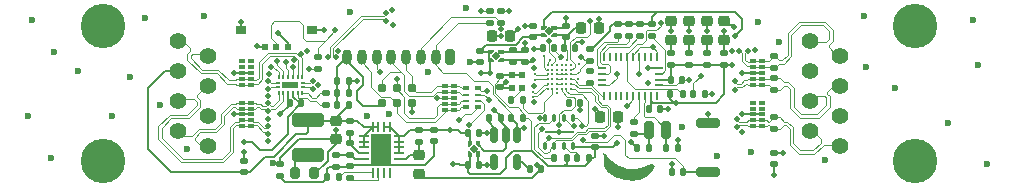
<source format=gbr>
%TF.GenerationSoftware,KiCad,Pcbnew,9.0.6*%
%TF.CreationDate,2025-12-30T15:38:49+01:00*%
%TF.ProjectId,VoxSense,566f7853-656e-4736-952e-6b696361645f,1.0*%
%TF.SameCoordinates,Original*%
%TF.FileFunction,Copper,L1,Top*%
%TF.FilePolarity,Positive*%
%FSLAX46Y46*%
G04 Gerber Fmt 4.6, Leading zero omitted, Abs format (unit mm)*
G04 Created by KiCad (PCBNEW 9.0.6) date 2025-12-30 15:38:49*
%MOMM*%
%LPD*%
G01*
G04 APERTURE LIST*
G04 Aperture macros list*
%AMRoundRect*
0 Rectangle with rounded corners*
0 $1 Rounding radius*
0 $2 $3 $4 $5 $6 $7 $8 $9 X,Y pos of 4 corners*
0 Add a 4 corners polygon primitive as box body*
4,1,4,$2,$3,$4,$5,$6,$7,$8,$9,$2,$3,0*
0 Add four circle primitives for the rounded corners*
1,1,$1+$1,$2,$3*
1,1,$1+$1,$4,$5*
1,1,$1+$1,$6,$7*
1,1,$1+$1,$8,$9*
0 Add four rect primitives between the rounded corners*
20,1,$1+$1,$2,$3,$4,$5,0*
20,1,$1+$1,$4,$5,$6,$7,0*
20,1,$1+$1,$6,$7,$8,$9,0*
20,1,$1+$1,$8,$9,$2,$3,0*%
%AMFreePoly0*
4,1,6,0.230000,0.054289,0.020711,-0.155000,-0.230000,-0.155000,-0.230000,0.155000,0.230000,0.155000,0.230000,0.054289,0.230000,0.054289,$1*%
%AMFreePoly1*
4,1,6,0.230000,-0.054289,0.230000,-0.155000,-0.230000,-0.155000,-0.230000,0.155000,0.020711,0.155000,0.230000,-0.054289,0.230000,-0.054289,$1*%
%AMFreePoly2*
4,1,6,0.230000,-0.155000,-0.230000,-0.155000,-0.230000,-0.054289,-0.020711,0.155000,0.230000,0.155000,0.230000,-0.155000,0.230000,-0.155000,$1*%
%AMFreePoly3*
4,1,6,0.230000,-0.155000,-0.020711,-0.155000,-0.230000,0.054289,-0.230000,0.155000,0.230000,0.155000,0.230000,-0.155000,0.230000,-0.155000,$1*%
G04 Aperture macros list end*
%TA.AperFunction,EtchedComponent*%
%ADD10C,0.000000*%
%TD*%
%TA.AperFunction,SMDPad,CuDef*%
%ADD11RoundRect,0.045000X-0.105000X0.255000X-0.105000X-0.255000X0.105000X-0.255000X0.105000X0.255000X0*%
%TD*%
%TA.AperFunction,SMDPad,CuDef*%
%ADD12RoundRect,0.030000X-0.370000X-0.070000X0.370000X-0.070000X0.370000X0.070000X-0.370000X0.070000X0*%
%TD*%
%TA.AperFunction,SMDPad,CuDef*%
%ADD13RoundRect,0.150000X-0.150000X0.512500X-0.150000X-0.512500X0.150000X-0.512500X0.150000X0.512500X0*%
%TD*%
%TA.AperFunction,SMDPad,CuDef*%
%ADD14RoundRect,0.140000X0.140000X0.170000X-0.140000X0.170000X-0.140000X-0.170000X0.140000X-0.170000X0*%
%TD*%
%TA.AperFunction,SMDPad,CuDef*%
%ADD15RoundRect,0.147500X0.147500X0.172500X-0.147500X0.172500X-0.147500X-0.172500X0.147500X-0.172500X0*%
%TD*%
%TA.AperFunction,SMDPad,CuDef*%
%ADD16RoundRect,0.140000X-0.140000X-0.170000X0.140000X-0.170000X0.140000X0.170000X-0.140000X0.170000X0*%
%TD*%
%TA.AperFunction,ComponentPad*%
%ADD17C,1.397000*%
%TD*%
%TA.AperFunction,ComponentPad*%
%ADD18C,3.759200*%
%TD*%
%TA.AperFunction,SMDPad,CuDef*%
%ADD19RoundRect,0.218750X-0.256250X0.218750X-0.256250X-0.218750X0.256250X-0.218750X0.256250X0.218750X0*%
%TD*%
%TA.AperFunction,SMDPad,CuDef*%
%ADD20FreePoly0,180.000000*%
%TD*%
%TA.AperFunction,SMDPad,CuDef*%
%ADD21FreePoly1,180.000000*%
%TD*%
%TA.AperFunction,SMDPad,CuDef*%
%ADD22FreePoly2,180.000000*%
%TD*%
%TA.AperFunction,SMDPad,CuDef*%
%ADD23FreePoly3,180.000000*%
%TD*%
%TA.AperFunction,SMDPad,CuDef*%
%ADD24RoundRect,0.145000X0.000000X0.205061X-0.205061X0.000000X0.000000X-0.205061X0.205061X0.000000X0*%
%TD*%
%TA.AperFunction,SMDPad,CuDef*%
%ADD25RoundRect,0.147500X0.172500X-0.147500X0.172500X0.147500X-0.172500X0.147500X-0.172500X-0.147500X0*%
%TD*%
%TA.AperFunction,SMDPad,CuDef*%
%ADD26RoundRect,0.200000X0.200000X0.275000X-0.200000X0.275000X-0.200000X-0.275000X0.200000X-0.275000X0*%
%TD*%
%TA.AperFunction,SMDPad,CuDef*%
%ADD27RoundRect,0.135000X-0.185000X0.135000X-0.185000X-0.135000X0.185000X-0.135000X0.185000X0.135000X0*%
%TD*%
%TA.AperFunction,SMDPad,CuDef*%
%ADD28RoundRect,0.075000X-0.200000X0.075000X-0.200000X-0.075000X0.200000X-0.075000X0.200000X0.075000X0*%
%TD*%
%TA.AperFunction,SMDPad,CuDef*%
%ADD29RoundRect,0.135000X0.135000X0.185000X-0.135000X0.185000X-0.135000X-0.185000X0.135000X-0.185000X0*%
%TD*%
%TA.AperFunction,SMDPad,CuDef*%
%ADD30R,0.254000X0.675000*%
%TD*%
%TA.AperFunction,SMDPad,CuDef*%
%ADD31R,0.675000X0.254000*%
%TD*%
%TA.AperFunction,SMDPad,CuDef*%
%ADD32RoundRect,0.075000X0.200000X-0.075000X0.200000X0.075000X-0.200000X0.075000X-0.200000X-0.075000X0*%
%TD*%
%TA.AperFunction,SMDPad,CuDef*%
%ADD33R,0.250000X0.450000*%
%TD*%
%TA.AperFunction,SMDPad,CuDef*%
%ADD34R,0.450000X0.250000*%
%TD*%
%TA.AperFunction,SMDPad,CuDef*%
%ADD35R,1.400000X0.600000*%
%TD*%
%TA.AperFunction,SMDPad,CuDef*%
%ADD36RoundRect,0.135000X0.185000X-0.135000X0.185000X0.135000X-0.185000X0.135000X-0.185000X-0.135000X0*%
%TD*%
%TA.AperFunction,SMDPad,CuDef*%
%ADD37RoundRect,0.140000X-0.170000X0.140000X-0.170000X-0.140000X0.170000X-0.140000X0.170000X0.140000X0*%
%TD*%
%TA.AperFunction,SMDPad,CuDef*%
%ADD38RoundRect,0.225000X-0.225000X-0.250000X0.225000X-0.250000X0.225000X0.250000X-0.225000X0.250000X0*%
%TD*%
%TA.AperFunction,SMDPad,CuDef*%
%ADD39R,0.550000X0.365000*%
%TD*%
%TA.AperFunction,SMDPad,CuDef*%
%ADD40R,0.550000X0.250000*%
%TD*%
%TA.AperFunction,SMDPad,CuDef*%
%ADD41RoundRect,0.140000X0.170000X-0.140000X0.170000X0.140000X-0.170000X0.140000X-0.170000X-0.140000X0*%
%TD*%
%TA.AperFunction,SMDPad,CuDef*%
%ADD42RoundRect,0.147500X-0.172500X0.147500X-0.172500X-0.147500X0.172500X-0.147500X0.172500X0.147500X0*%
%TD*%
%TA.AperFunction,SMDPad,CuDef*%
%ADD43RoundRect,0.225000X0.225000X0.250000X-0.225000X0.250000X-0.225000X-0.250000X0.225000X-0.250000X0*%
%TD*%
%TA.AperFunction,SMDPad,CuDef*%
%ADD44R,0.500000X0.600000*%
%TD*%
%TA.AperFunction,SMDPad,CuDef*%
%ADD45R,0.850000X0.250000*%
%TD*%
%TA.AperFunction,SMDPad,CuDef*%
%ADD46R,0.250000X0.850000*%
%TD*%
%TA.AperFunction,SMDPad,CuDef*%
%ADD47R,1.700000X2.700000*%
%TD*%
%TA.AperFunction,ComponentPad*%
%ADD48RoundRect,0.200000X0.200000X0.450000X-0.200000X0.450000X-0.200000X-0.450000X0.200000X-0.450000X0*%
%TD*%
%TA.AperFunction,ComponentPad*%
%ADD49O,0.800000X1.300000*%
%TD*%
%TA.AperFunction,ConnectorPad*%
%ADD50C,0.787400*%
%TD*%
%TA.AperFunction,SMDPad,CuDef*%
%ADD51RoundRect,0.200000X-0.200000X-0.550000X0.200000X-0.550000X0.200000X0.550000X-0.200000X0.550000X0*%
%TD*%
%TA.AperFunction,SMDPad,CuDef*%
%ADD52FreePoly0,90.000000*%
%TD*%
%TA.AperFunction,SMDPad,CuDef*%
%ADD53FreePoly1,90.000000*%
%TD*%
%TA.AperFunction,SMDPad,CuDef*%
%ADD54FreePoly2,90.000000*%
%TD*%
%TA.AperFunction,SMDPad,CuDef*%
%ADD55FreePoly3,90.000000*%
%TD*%
%TA.AperFunction,SMDPad,CuDef*%
%ADD56RoundRect,0.145000X0.205061X0.000000X0.000000X0.205061X-0.205061X0.000000X0.000000X-0.205061X0*%
%TD*%
%TA.AperFunction,SMDPad,CuDef*%
%ADD57RoundRect,0.250000X-1.100000X0.325000X-1.100000X-0.325000X1.100000X-0.325000X1.100000X0.325000X0*%
%TD*%
%TA.AperFunction,SMDPad,CuDef*%
%ADD58R,0.600000X0.510000*%
%TD*%
%TA.AperFunction,SMDPad,CuDef*%
%ADD59R,0.900000X0.700000*%
%TD*%
%TA.AperFunction,SMDPad,CuDef*%
%ADD60RoundRect,0.147500X-0.147500X-0.172500X0.147500X-0.172500X0.147500X0.172500X-0.147500X0.172500X0*%
%TD*%
%TA.AperFunction,SMDPad,CuDef*%
%ADD61RoundRect,0.135000X-0.135000X-0.185000X0.135000X-0.185000X0.135000X0.185000X-0.135000X0.185000X0*%
%TD*%
%TA.AperFunction,SMDPad,CuDef*%
%ADD62RoundRect,0.218750X0.256250X-0.218750X0.256250X0.218750X-0.256250X0.218750X-0.256250X-0.218750X0*%
%TD*%
%TA.AperFunction,SMDPad,CuDef*%
%ADD63RoundRect,0.225000X-0.250000X0.225000X-0.250000X-0.225000X0.250000X-0.225000X0.250000X0.225000X0*%
%TD*%
%TA.AperFunction,SMDPad,CuDef*%
%ADD64RoundRect,0.200000X0.800000X-0.200000X0.800000X0.200000X-0.800000X0.200000X-0.800000X-0.200000X0*%
%TD*%
%TA.AperFunction,BGAPad,CuDef*%
%ADD65C,0.270000*%
%TD*%
%TA.AperFunction,ViaPad*%
%ADD66C,0.250000*%
%TD*%
%TA.AperFunction,ViaPad*%
%ADD67C,0.500000*%
%TD*%
%TA.AperFunction,ViaPad*%
%ADD68C,0.600000*%
%TD*%
%TA.AperFunction,Conductor*%
%ADD69C,0.100000*%
%TD*%
%TA.AperFunction,Conductor*%
%ADD70C,0.200000*%
%TD*%
G04 APERTURE END LIST*
D10*
%TA.AperFunction,EtchedComponent*%
%TO.C,G\u002A\u002A\u002A*%
G36*
X117674894Y-77794724D02*
G01*
X117679684Y-77809420D01*
X117679170Y-77833501D01*
X117679424Y-77896045D01*
X117691471Y-77967096D01*
X117715475Y-78047346D01*
X117751608Y-78137493D01*
X117751955Y-78138275D01*
X117775306Y-78188396D01*
X117797469Y-78228765D01*
X117821113Y-78262263D01*
X117848912Y-78291773D01*
X117883536Y-78320178D01*
X117927659Y-78350363D01*
X117976841Y-78380912D01*
X118077174Y-78444373D01*
X118163719Y-78505049D01*
X118238371Y-78564318D01*
X118275159Y-78596909D01*
X118329685Y-78646893D01*
X118375413Y-78687825D01*
X118415137Y-78722006D01*
X118451653Y-78751737D01*
X118487755Y-78779324D01*
X118526242Y-78807067D01*
X118552541Y-78825367D01*
X118659057Y-78895071D01*
X118762684Y-78954808D01*
X118868493Y-79007137D01*
X118981566Y-79054620D01*
X119076202Y-79089289D01*
X119251360Y-79141854D01*
X119433763Y-79180717D01*
X119621740Y-79205737D01*
X119813623Y-79216771D01*
X120007742Y-79213680D01*
X120202425Y-79196321D01*
X120256478Y-79188935D01*
X120297458Y-79182221D01*
X120346850Y-79173070D01*
X120401106Y-79162244D01*
X120456660Y-79150516D01*
X120509960Y-79138651D01*
X120557449Y-79127417D01*
X120595570Y-79117583D01*
X120618148Y-79110834D01*
X120639531Y-79103901D01*
X120665915Y-79095738D01*
X120670412Y-79094387D01*
X120723964Y-79077947D01*
X120772917Y-79061847D01*
X120821940Y-79044412D01*
X120875709Y-79023977D01*
X120938895Y-78998866D01*
X120950007Y-78994376D01*
X121058252Y-78950986D01*
X121153033Y-78913939D01*
X121235638Y-78882814D01*
X121307358Y-78857197D01*
X121369480Y-78836667D01*
X121423296Y-78820804D01*
X121470092Y-78809188D01*
X121511161Y-78801403D01*
X121547790Y-78797032D01*
X121560166Y-78796212D01*
X121583962Y-78796421D01*
X121599820Y-78802453D01*
X121614864Y-78817718D01*
X121620746Y-78825208D01*
X121655258Y-78868252D01*
X121684793Y-78900415D01*
X121712529Y-78924841D01*
X121740836Y-78944195D01*
X121783079Y-78969801D01*
X121774344Y-78998645D01*
X121747258Y-79073421D01*
X121709752Y-79155504D01*
X121663791Y-79241712D01*
X121611344Y-79328867D01*
X121554376Y-79413790D01*
X121494859Y-79493302D01*
X121434756Y-79564220D01*
X121404914Y-79595654D01*
X121324679Y-79673865D01*
X121249669Y-79741035D01*
X121176456Y-79799851D01*
X121101605Y-79853001D01*
X121021688Y-79903175D01*
X120985502Y-79924166D01*
X120940542Y-79948824D01*
X120892398Y-79973772D01*
X120846653Y-79996201D01*
X120808885Y-80013301D01*
X120806774Y-80014187D01*
X120729429Y-80045497D01*
X120659165Y-80071523D01*
X120591273Y-80093698D01*
X120521044Y-80113466D01*
X120443765Y-80132257D01*
X120361620Y-80150086D01*
X120173434Y-80181438D01*
X119978310Y-80198787D01*
X119884262Y-80200353D01*
X119777515Y-80202131D01*
X119623069Y-80194104D01*
X119895086Y-80194104D01*
X119900630Y-80195589D01*
X119902114Y-80190046D01*
X119896572Y-80188561D01*
X119895086Y-80194104D01*
X119623069Y-80194104D01*
X119572312Y-80191466D01*
X119363971Y-80166793D01*
X119269720Y-80151155D01*
X119157569Y-80127958D01*
X119037080Y-80097793D01*
X118913323Y-80062192D01*
X118791376Y-80022697D01*
X118676308Y-79980838D01*
X118588484Y-79944888D01*
X118538204Y-79922169D01*
X118484116Y-79896271D01*
X118428402Y-79868382D01*
X118373254Y-79839700D01*
X118320859Y-79811411D01*
X118273405Y-79784712D01*
X118233078Y-79760790D01*
X118202067Y-79740840D01*
X118182559Y-79726052D01*
X118178074Y-79721342D01*
X118168810Y-79713616D01*
X118158447Y-79706858D01*
X118145217Y-79696909D01*
X118140953Y-79691189D01*
X118134223Y-79688359D01*
X118131961Y-79689353D01*
X118125278Y-79687471D01*
X118124803Y-79684115D01*
X118120935Y-79677689D01*
X118118413Y-79678433D01*
X118110062Y-79675050D01*
X118091613Y-79663284D01*
X118065557Y-79645002D01*
X118034383Y-79622066D01*
X118000584Y-79596340D01*
X117966648Y-79569683D01*
X117935071Y-79543965D01*
X117909869Y-79522409D01*
X117871627Y-79486539D01*
X117827636Y-79441994D01*
X117781930Y-79393054D01*
X117738548Y-79343995D01*
X117715236Y-79316188D01*
X117668984Y-79254065D01*
X117623992Y-79183330D01*
X117582057Y-79107603D01*
X117544969Y-79030503D01*
X117514528Y-78955655D01*
X117492523Y-78886680D01*
X117484167Y-78849889D01*
X117476000Y-78793528D01*
X117470560Y-78730867D01*
X117468051Y-78667341D01*
X117468680Y-78608386D01*
X117472652Y-78559438D01*
X117473074Y-78556439D01*
X117483674Y-78481973D01*
X117491722Y-78421259D01*
X117497433Y-78372060D01*
X117501020Y-78332135D01*
X117502700Y-78299248D01*
X117502685Y-78271157D01*
X117501930Y-78255329D01*
X117497692Y-78199289D01*
X117492444Y-78154874D01*
X117484912Y-78117477D01*
X117480182Y-78102557D01*
X117473824Y-78082497D01*
X117457905Y-78045329D01*
X117446232Y-78022026D01*
X117619663Y-78022026D01*
X117625205Y-78023512D01*
X117626690Y-78017969D01*
X117621148Y-78016483D01*
X117619663Y-78022026D01*
X117446232Y-78022026D01*
X117435885Y-78001371D01*
X117427115Y-77984686D01*
X117387921Y-77910628D01*
X117384756Y-77904649D01*
X117380812Y-77897196D01*
X117397665Y-77897196D01*
X117403208Y-77898682D01*
X117404693Y-77893140D01*
X117399151Y-77891652D01*
X117397665Y-77897196D01*
X117380812Y-77897196D01*
X117374607Y-77885469D01*
X117431499Y-77885469D01*
X117434876Y-77889092D01*
X117438890Y-77887450D01*
X117443190Y-77881539D01*
X117440870Y-77880061D01*
X117432044Y-77884034D01*
X117431499Y-77885469D01*
X117374607Y-77885469D01*
X117374511Y-77885287D01*
X117397979Y-77877349D01*
X117422870Y-77867115D01*
X117444668Y-77856004D01*
X117458214Y-77849152D01*
X117468547Y-77849026D01*
X117480119Y-77857454D01*
X117497382Y-77876257D01*
X117499242Y-77878375D01*
X117520621Y-77901526D01*
X117548526Y-77930073D01*
X117577503Y-77958460D01*
X117582241Y-77962961D01*
X117633889Y-78011770D01*
X117634023Y-77984603D01*
X117633582Y-77955573D01*
X117632523Y-77930479D01*
X117633519Y-77908402D01*
X117637840Y-77879744D01*
X117644363Y-77849252D01*
X117651967Y-77821668D01*
X117659527Y-77801745D01*
X117664662Y-77794582D01*
X117674894Y-77794724D01*
G37*
%TD.AperFunction*%
%TD*%
D11*
%TO.P,U305,1,~{CS}*%
%TO.N,/System/FLASH_~{CS}*%
X114900000Y-74900000D03*
%TO.P,U305,2,SDO*%
%TO.N,/System/FLASH_MISO*%
X114100000Y-74900000D03*
%TO.P,U305,3,~{WP}*%
%TO.N,/System/FLASH_~{WP}*%
X113300000Y-74900000D03*
%TO.P,U305,4,GND*%
%TO.N,GND*%
X112500000Y-74900000D03*
D12*
X114500000Y-76100000D03*
X112900000Y-76100000D03*
D11*
%TO.P,U305,5,SDI*%
%TO.N,/System/FLASH_MOSI*%
X112500000Y-77300000D03*
%TO.P,U305,6,SCK*%
%TO.N,/System/FLASH_SCK*%
X113300000Y-77300000D03*
%TO.P,U305,7,~{HOLD}*%
%TO.N,/System/FLASH_~{HOLD}*%
X114100000Y-77300000D03*
%TO.P,U305,8,VCC*%
%TO.N,+3V3*%
X114900000Y-77300000D03*
%TD*%
D13*
%TO.P,U204,1,~{RESET}*%
%TO.N,~{CRESET}*%
X110110000Y-76340000D03*
%TO.P,U204,2,VDD*%
%TO.N,+1V2_CORE*%
X109160000Y-76340000D03*
%TO.P,U204,3,GND*%
%TO.N,GND*%
X108210000Y-76340000D03*
%TO.P,U204,4,~{MR}*%
%TO.N,unconnected-(U204-~{MR}-Pad4)*%
X108210000Y-78615000D03*
%TO.P,U204,5,CT*%
%TO.N,/Power/CT*%
X110110000Y-78615000D03*
%TD*%
D14*
%TO.P,C501,1*%
%TO.N,+3V3*%
X91876073Y-73670000D03*
%TO.P,C501,2*%
%TO.N,GND*%
X90916073Y-73670000D03*
%TD*%
%TO.P,C207,1*%
%TO.N,+1V2_CORE*%
X108737500Y-74927500D03*
%TO.P,C207,2*%
%TO.N,GND*%
X107777500Y-74927500D03*
%TD*%
D15*
%TO.P,D302,1,K*%
%TO.N,VCC*%
X95886073Y-73800000D03*
%TO.P,D302,2,A*%
%TO.N,VCCD*%
X94916073Y-73800000D03*
%TD*%
D16*
%TO.P,C401,1*%
%TO.N,+3V3*%
X121300000Y-74120000D03*
%TO.P,C401,2*%
%TO.N,GND*%
X122260000Y-74120000D03*
%TD*%
%TO.P,C402,1*%
%TO.N,+3V3*%
X123140000Y-71650000D03*
%TO.P,C402,2*%
%TO.N,GND*%
X124100000Y-71650000D03*
%TD*%
D17*
%TO.P,J501,1,RX*%
%TO.N,/Connectivity/VOX_RX_P*%
X81435101Y-68409900D03*
%TO.P,J501,2,~{RX}*%
%TO.N,/Connectivity/VOX_RX_N*%
X83975101Y-69679900D03*
%TO.P,J501,3,VCC*%
%TO.N,VCC*%
X81435101Y-70949900D03*
%TO.P,J501,4,CLK*%
%TO.N,/Connectivity/VOX_CLK_P*%
X83975101Y-72219900D03*
%TO.P,J501,5,~{CLK}*%
%TO.N,/Connectivity/VOX_CLK_N*%
X81435101Y-73489900D03*
%TO.P,J501,6,GND*%
%TO.N,GND*%
X83975101Y-74759900D03*
%TO.P,J501,7,~{TX}*%
%TO.N,/Connectivity/VOX_TX_N*%
X81435101Y-76029900D03*
%TO.P,J501,8,TX*%
%TO.N,/Connectivity/VOX_TX_P*%
X83975101Y-77299900D03*
D18*
%TO.P,J501,9,SHD*%
%TO.N,GND*%
X75085101Y-67139900D03*
%TO.P,J501,10,SHD*%
X75085101Y-78569900D03*
%TD*%
D19*
%TO.P,D306,1,K*%
%TO.N,/System/RX_LED*%
X123190000Y-66720000D03*
%TO.P,D306,2,A*%
%TO.N,Net-(D306-A)*%
X123190000Y-68295000D03*
%TD*%
D20*
%TO.P,U202,1,OUT*%
%TO.N,+2V5_NVCM*%
X113275000Y-67900000D03*
D21*
%TO.P,U202,2,GND*%
%TO.N,GND*%
X113275000Y-67250000D03*
D22*
%TO.P,U202,3,EN*%
%TO.N,+3V3*%
X112415000Y-67250000D03*
D23*
%TO.P,U202,4,IN*%
%TO.N,+5V*%
X112415000Y-67900000D03*
D24*
%TO.P,U202,5,Pad*%
%TO.N,GND*%
X112845000Y-67575000D03*
%TD*%
D16*
%TO.P,C208,1*%
%TO.N,/Power/CT*%
X111220000Y-79260000D03*
%TO.P,C208,2*%
%TO.N,GND*%
X112180000Y-79260000D03*
%TD*%
D25*
%TO.P,D502,1,A1*%
%TO.N,VCC*%
X131910000Y-78820000D03*
%TO.P,D502,2,A2*%
%TO.N,GND*%
X131910000Y-77850000D03*
%TD*%
D19*
%TO.P,D308,1,K*%
%TO.N,GND*%
X127680000Y-66720000D03*
%TO.P,D308,2,A*%
%TO.N,/System/CDONE*%
X127680000Y-68295000D03*
%TD*%
D26*
%TO.P,R101,1*%
%TO.N,GND*%
X92970000Y-79600000D03*
%TO.P,R101,2*%
%TO.N,Net-(C101-Pad2)*%
X91320000Y-79600000D03*
%TD*%
D27*
%TO.P,R403,1*%
%TO.N,+3V3*%
X121560000Y-66980000D03*
%TO.P,R403,2*%
%TO.N,Net-(U401-~{BOOT})*%
X121560000Y-68000000D03*
%TD*%
D28*
%TO.P,U501,1,IN*%
%TO.N,/Connectivity/VOX_TX_N*%
X86810000Y-73600000D03*
%TO.P,U501,2,IN*%
%TO.N,/Connectivity/VOX_TX_P*%
X86810000Y-74100000D03*
%TO.P,U501,3,GND*%
%TO.N,GND*%
X86810000Y-74600000D03*
%TO.P,U501,4,IN*%
%TO.N,/Connectivity/VOX_CLK_P*%
X86810000Y-75100000D03*
%TO.P,U501,5,IN*%
%TO.N,/Connectivity/VOX_CLK_N*%
X86810000Y-75600000D03*
%TO.P,U501,6,NC*%
X87580000Y-75600000D03*
%TO.P,U501,7,NC*%
%TO.N,/Connectivity/VOX_CLK_P*%
X87580000Y-75100000D03*
%TO.P,U501,8,NC*%
%TO.N,GND*%
X87580000Y-74600000D03*
%TO.P,U501,9,NC*%
%TO.N,/Connectivity/VOX_TX_P*%
X87580000Y-74100000D03*
%TO.P,U501,10,NC*%
%TO.N,/Connectivity/VOX_TX_N*%
X87580000Y-73600000D03*
%TD*%
D29*
%TO.P,R201,1*%
%TO.N,+3V3*%
X110650000Y-74930000D03*
%TO.P,R201,2*%
%TO.N,~{CRESET}*%
X109630000Y-74930000D03*
%TD*%
D27*
%TO.P,R502,1*%
%TO.N,/Connectivity/VOX_CLK_P*%
X131900000Y-71510000D03*
%TO.P,R502,2*%
%TO.N,/Connectivity/VOX_CLK_N*%
X131900000Y-72530000D03*
%TD*%
D30*
%TO.P,U401,1*%
%TO.N,N/C*%
X121970000Y-73062500D03*
D31*
%TO.P,U401,2,GND*%
%TO.N,GND*%
X122107500Y-72150000D03*
%TO.P,U401,3,VDD*%
%TO.N,+3V3*%
X122107500Y-71650000D03*
%TO.P,U401,4,~{BOOT}*%
%TO.N,Net-(U401-~{BOOT})*%
X122107500Y-71150000D03*
%TO.P,U401,5,PS1*%
%TO.N,GND*%
X122107500Y-70650000D03*
D30*
%TO.P,U401,6,PS0/WAKE*%
X121970000Y-69737500D03*
%TO.P,U401,7*%
%TO.N,N/C*%
X121470000Y-69737500D03*
%TO.P,U401,8*%
X120970000Y-69737500D03*
%TO.P,U401,9,CAP*%
%TO.N,Net-(U401-CAP)*%
X120470000Y-69737500D03*
%TO.P,U401,10,CLKSEL0*%
%TO.N,GND*%
X119970000Y-69737500D03*
%TO.P,U401,11,~{RST}*%
%TO.N,BNO_~{RST}*%
X119470000Y-69737500D03*
%TO.P,U401,12*%
%TO.N,N/C*%
X118970000Y-69737500D03*
%TO.P,U401,13*%
X118470000Y-69737500D03*
%TO.P,U401,14,~{H_INT}*%
%TO.N,unconnected-(U401-~{H_INT}-Pad14)*%
X117970000Y-69737500D03*
%TO.P,U401,15,ENV_SCL*%
%TO.N,Net-(U401-ENV_SCL)*%
X117470000Y-69737500D03*
D31*
%TO.P,U401,16,ENV_SDA*%
%TO.N,Net-(U401-ENV_SDA)*%
X117332500Y-70650000D03*
%TO.P,U401,17,SA0/H_MOSI*%
%TO.N,Net-(U401-SA0{slash}H_MOSI)*%
X117332500Y-71150000D03*
%TO.P,U401,18,~{H_CS}*%
%TO.N,unconnected-(U401-~{H_CS}-Pad18)*%
X117332500Y-71650000D03*
%TO.P,U401,19,H_SCL/SCK/RX*%
%TO.N,BNO_SCL*%
X117332500Y-72150000D03*
D30*
%TO.P,U401,20,H_SDA/H_MISO/TX*%
%TO.N,BNO_SDA*%
X117470000Y-73062500D03*
%TO.P,U401,21*%
%TO.N,N/C*%
X117970000Y-73062500D03*
%TO.P,U401,22*%
X118470000Y-73062500D03*
%TO.P,U401,23*%
X118970000Y-73062500D03*
%TO.P,U401,24*%
X119470000Y-73062500D03*
%TO.P,U401,25,GND*%
%TO.N,GND*%
X119970000Y-73062500D03*
%TO.P,U401,26,XOUT32*%
%TO.N,/Sensor/XOUT32*%
X120470000Y-73062500D03*
%TO.P,U401,27,XIN32*%
%TO.N,/Sensor/XIN32*%
X120970000Y-73062500D03*
%TO.P,U401,28,VDDIO*%
%TO.N,+3V3*%
X121470000Y-73062500D03*
%TD*%
D32*
%TO.P,U503,1,IN*%
%TO.N,/Connectivity/VOX_CLK_N*%
X130892101Y-72100000D03*
%TO.P,U503,2,IN*%
%TO.N,/Connectivity/VOX_CLK_P*%
X130892101Y-71600000D03*
%TO.P,U503,3,GND*%
%TO.N,GND*%
X130892101Y-71100000D03*
%TO.P,U503,4,IN*%
%TO.N,/Connectivity/VOX_TX_P*%
X130892101Y-70600000D03*
%TO.P,U503,5,IN*%
%TO.N,/Connectivity/VOX_TX_N*%
X130892101Y-70100000D03*
%TO.P,U503,6,NC*%
X130122101Y-70100000D03*
%TO.P,U503,7,NC*%
%TO.N,/Connectivity/VOX_TX_P*%
X130122101Y-70600000D03*
%TO.P,U503,8,NC*%
%TO.N,GND*%
X130122101Y-71100000D03*
%TO.P,U503,9,NC*%
%TO.N,/Connectivity/VOX_CLK_P*%
X130122101Y-71600000D03*
%TO.P,U503,10,NC*%
%TO.N,/Connectivity/VOX_CLK_N*%
X130122101Y-72100000D03*
%TD*%
D33*
%TO.P,U505,1,B1_N*%
%TO.N,/Connectivity/VOX_TX_N*%
X89950000Y-72800000D03*
%TO.P,U505,2,B1_P*%
%TO.N,/Connectivity/VOX_TX_P*%
X90350000Y-72800000D03*
%TO.P,U505,3,XSD*%
%TO.N,GND*%
X90750000Y-72800000D03*
%TO.P,U505,4,VDD*%
%TO.N,+3V3*%
X91150000Y-72800000D03*
%TO.P,U505,5,C0_P*%
%TO.N,/Connectivity/VOX_RX_T_P*%
X91550000Y-72800000D03*
%TO.P,U505,6,C0_N*%
%TO.N,/Connectivity/VOX_RX_T_N*%
X91950000Y-72800000D03*
D34*
%TO.P,U505,7,B0_N*%
%TO.N,/Connectivity/VOX_RX_OUT_N*%
X92050000Y-72300000D03*
%TO.P,U505,8,B0_P*%
%TO.N,/Connectivity/VOX_RX_OUT_P*%
X92050000Y-71900000D03*
D33*
%TO.P,U505,9,A0_N*%
%TO.N,/Connectivity/VOX_RX_N*%
X91950000Y-71400000D03*
%TO.P,U505,10,A0_P*%
%TO.N,/Connectivity/VOX_RX_P*%
X91550000Y-71400000D03*
%TO.P,U505,11,GND*%
%TO.N,GND*%
X91150000Y-71400000D03*
%TO.P,U505,12,SEL*%
%TO.N,/Connectivity/ARCHITECTURE_SEL*%
X90750000Y-71400000D03*
%TO.P,U505,13,A1_P*%
%TO.N,/Connectivity/VOX_TX_FPGA_P*%
X90350000Y-71400000D03*
%TO.P,U505,14,A1_N*%
%TO.N,/Connectivity/VOX_TX_FPGA_N*%
X89950000Y-71400000D03*
D34*
%TO.P,U505,15,C1_P*%
%TO.N,/Connectivity/VOX_RX_OUT_P*%
X89850000Y-71900000D03*
%TO.P,U505,16,C1_N*%
%TO.N,/Connectivity/VOX_RX_OUT_N*%
X89850000Y-72300000D03*
D35*
%TO.P,U505,17,NC*%
%TO.N,unconnected-(U505-NC-Pad17)*%
X90950000Y-72100000D03*
%TD*%
D16*
%TO.P,C301,1*%
%TO.N,VCCD*%
X94925000Y-72800000D03*
%TO.P,C301,2*%
%TO.N,GND*%
X95885000Y-72800000D03*
%TD*%
D36*
%TO.P,R303,1*%
%TO.N,+3V3*%
X127680000Y-70440000D03*
%TO.P,R303,2*%
%TO.N,/System/CDONE*%
X127680000Y-69420000D03*
%TD*%
D27*
%TO.P,R407,1*%
%TO.N,+3V3*%
X120560000Y-66980000D03*
%TO.P,R407,2*%
%TO.N,Net-(U401-ENV_SCL)*%
X120560000Y-68000000D03*
%TD*%
D36*
%TO.P,R501,1*%
%TO.N,/Connectivity/VOX_RX_T_P*%
X93920000Y-73830000D03*
%TO.P,R501,2*%
%TO.N,/Connectivity/VOX_RX_T_N*%
X93920000Y-72810000D03*
%TD*%
D37*
%TO.P,C201,1*%
%TO.N,+5V*%
X106960000Y-69195000D03*
%TO.P,C201,2*%
%TO.N,GND*%
X106960000Y-70155000D03*
%TD*%
D27*
%TO.P,R401,1*%
%TO.N,+3V3*%
X116270000Y-70910000D03*
%TO.P,R401,2*%
%TO.N,BNO_SDA*%
X116270000Y-71930000D03*
%TD*%
D38*
%TO.P,C213,1*%
%TO.N,+2V5_NVCM*%
X115525000Y-67300000D03*
%TO.P,C213,2*%
%TO.N,GND*%
X117075000Y-67300000D03*
%TD*%
D14*
%TO.P,C304,1*%
%TO.N,~{CRESET}*%
X124210000Y-79510000D03*
%TO.P,C304,2*%
%TO.N,GND*%
X123250000Y-79510000D03*
%TD*%
D20*
%TO.P,U201,1,OUT*%
%TO.N,+1V2_CORE*%
X108760000Y-70000000D03*
D21*
%TO.P,U201,2,GND*%
%TO.N,GND*%
X108760000Y-69350000D03*
D22*
%TO.P,U201,3,EN*%
%TO.N,+5V*%
X107900000Y-69350000D03*
D23*
%TO.P,U201,4,IN*%
X107900000Y-70000000D03*
D24*
%TO.P,U201,5,Pad*%
%TO.N,GND*%
X108330000Y-69675000D03*
%TD*%
D14*
%TO.P,C216,1*%
%TO.N,+3V3*%
X113260000Y-68980000D03*
%TO.P,C216,2*%
%TO.N,GND*%
X112300000Y-68980000D03*
%TD*%
D39*
%TO.P,R301,1*%
%TO.N,/System/FLASH_~{CS}*%
X106840000Y-73994000D03*
D40*
%TO.P,R301,2*%
%TO.N,/System/FLASH_MOSI*%
X106840000Y-73437000D03*
%TO.P,R301,3*%
%TO.N,/System/FLASH_MISO*%
X106840000Y-72937000D03*
D39*
%TO.P,R301,4*%
%TO.N,/System/FLASH_SCK*%
X106840000Y-72380000D03*
%TO.P,R301,5*%
%TO.N,/System/FLASH_SCK_NOESD*%
X105790000Y-72380000D03*
D40*
%TO.P,R301,6*%
%TO.N,/System/FLASH_MISO_NOESD*%
X105790000Y-72937000D03*
%TO.P,R301,7*%
%TO.N,/System/FLASH_MOSI_NOESD*%
X105790000Y-73437000D03*
D39*
%TO.P,R301,8*%
%TO.N,/System/FLASH_~{CS}_NOESD*%
X105790000Y-73994000D03*
%TD*%
D37*
%TO.P,C303,1*%
%TO.N,+3V3*%
X108730000Y-71330000D03*
%TO.P,C303,2*%
%TO.N,GND*%
X108730000Y-72290000D03*
%TD*%
D41*
%TO.P,C210,1*%
%TO.N,+1V2_CORE*%
X110800000Y-70130000D03*
%TO.P,C210,2*%
%TO.N,GND*%
X110800000Y-69170000D03*
%TD*%
D27*
%TO.P,R408,1*%
%TO.N,/Sensor/XOUT32*%
X120050000Y-75220000D03*
%TO.P,R408,2*%
%TO.N,/Sensor/XOUT32_INT*%
X120050000Y-76240000D03*
%TD*%
D36*
%TO.P,R104,1*%
%TO.N,Net-(D102-A)*%
X94780000Y-79025000D03*
%TO.P,R104,2*%
%TO.N,/eFuse/OVP*%
X94780000Y-78005000D03*
%TD*%
D42*
%TO.P,D103,1,K*%
%TO.N,+5V*%
X103100000Y-75915000D03*
%TO.P,D103,2,A*%
%TO.N,Net-(D102-A)*%
X103100000Y-76885000D03*
%TD*%
D43*
%TO.P,C209,1*%
%TO.N,+1V2_CORE*%
X109575000Y-68000000D03*
%TO.P,C209,2*%
%TO.N,GND*%
X108025000Y-68000000D03*
%TD*%
D44*
%TO.P,Y301,1,Tri-State*%
%TO.N,+3V3*%
X109730000Y-71260000D03*
%TO.P,Y301,2,GND*%
%TO.N,GND*%
X109730000Y-72360000D03*
%TO.P,Y301,3,OUT*%
%TO.N,/System/OSC_OUT*%
X110530000Y-72360000D03*
%TO.P,Y301,4,VDD*%
%TO.N,+3V3*%
X110530000Y-71260000D03*
%TD*%
D45*
%TO.P,U101,1,DMODE*%
%TO.N,Net-(D102-A)*%
X100100000Y-78900000D03*
%TO.P,U101,2,PGOOD*%
%TO.N,Net-(D101-A)*%
X100100000Y-78400000D03*
%TO.P,U101,3,PGTH*%
%TO.N,+5V*%
X100100000Y-77900000D03*
%TO.P,U101,4,OUT_1*%
X100100000Y-77400000D03*
%TO.P,U101,5,OUT_2*%
X100100000Y-76900000D03*
%TO.P,U101,6,OUT_3*%
X100100000Y-76400000D03*
D46*
%TO.P,U101,7,OUT_4*%
X99400000Y-75700000D03*
%TO.P,U101,8,OUT_5*%
X98900000Y-75700000D03*
%TO.P,U101,9,IN_1*%
%TO.N,VCC*%
X98400000Y-75700000D03*
%TO.P,U101,10,IN_2*%
X97900000Y-75700000D03*
D45*
%TO.P,U101,11,IN_3*%
X97200000Y-76400000D03*
%TO.P,U101,12,IN_4*%
X97200000Y-76900000D03*
%TO.P,U101,13,IN_5*%
X97200000Y-77400000D03*
%TO.P,U101,14,EN*%
%TO.N,/eFuse/UVLO*%
X97200000Y-77900000D03*
%TO.P,U101,15,OVP*%
%TO.N,/eFuse/OVP*%
X97200000Y-78400000D03*
%TO.P,U101,16,GND*%
%TO.N,Net-(D102-A)*%
X97200000Y-78900000D03*
D46*
%TO.P,U101,17,ILIM*%
%TO.N,Net-(U101-ILIM)*%
X97900000Y-79600000D03*
%TO.P,U101,18,DVDT*%
%TO.N,Net-(U101-DVDT)*%
X98400000Y-79600000D03*
%TO.P,U101,19,IMON*%
%TO.N,unconnected-(U101-IMON-Pad19)*%
X98900000Y-79600000D03*
%TO.P,U101,20,~{FLT}*%
%TO.N,unconnected-(U101-~{FLT}-Pad20)*%
X99400000Y-79600000D03*
D47*
%TO.P,U101,21,EP*%
%TO.N,Net-(D102-A)*%
X98650000Y-77650000D03*
%TD*%
D16*
%TO.P,C404,1*%
%TO.N,/Sensor/XIN32*%
X122760000Y-77460000D03*
%TO.P,C404,2*%
%TO.N,GND*%
X123720000Y-77460000D03*
%TD*%
D29*
%TO.P,R302,1*%
%TO.N,12MHZ_CLK*%
X110630000Y-73410000D03*
%TO.P,R302,2*%
%TO.N,/System/OSC_OUT*%
X109610000Y-73410000D03*
%TD*%
D25*
%TO.P,D501,1,A1*%
%TO.N,VCC*%
X86986073Y-79485000D03*
%TO.P,D501,2,A2*%
%TO.N,GND*%
X86986073Y-78515000D03*
%TD*%
D48*
%TO.P,J302,1,Pin_1*%
%TO.N,GND*%
X104486073Y-69750000D03*
D49*
%TO.P,J302,2,Pin_2*%
%TO.N,~{CRESET}*%
X103236073Y-69750000D03*
%TO.P,J302,3,Pin_3*%
%TO.N,/System/CDONE*%
X101986073Y-69750000D03*
%TO.P,J302,4,Pin_4*%
%TO.N,/System/FLASH_SCK_NOESD*%
X100736073Y-69750000D03*
%TO.P,J302,5,Pin_5*%
%TO.N,/System/FLASH_MISO_NOESD*%
X99486073Y-69750000D03*
%TO.P,J302,6,Pin_6*%
%TO.N,/System/FLASH_MOSI_NOESD*%
X98236073Y-69750000D03*
%TO.P,J302,7,Pin_7*%
%TO.N,/System/FLASH_~{CS}_NOESD*%
X96986073Y-69750000D03*
%TO.P,J302,8,Pin_8*%
%TO.N,VCCD*%
X95736073Y-69750000D03*
%TD*%
D36*
%TO.P,R308,1*%
%TO.N,+3V3*%
X124680000Y-70440000D03*
%TO.P,R308,2*%
%TO.N,Net-(D307-A)*%
X124680000Y-69420000D03*
%TD*%
D14*
%TO.P,C405,1*%
%TO.N,/Sensor/XOUT32_INT*%
X121270000Y-77460000D03*
%TO.P,C405,2*%
%TO.N,GND*%
X120310000Y-77460000D03*
%TD*%
D50*
%TO.P,J301,1,VCC*%
%TO.N,VCCD*%
X98716073Y-73650000D03*
%TO.P,J301,2,SWDIO*%
%TO.N,/System/FLASH_MISO_NOESD*%
X98716073Y-72380000D03*
%TO.P,J301,3,~{RESET}*%
%TO.N,/System/FLASH_~{CS}_NOESD*%
X99986073Y-73650000D03*
%TO.P,J301,4,SWCLK*%
%TO.N,/System/FLASH_MOSI_NOESD*%
X99986073Y-72380000D03*
%TO.P,J301,5,GND*%
%TO.N,GND*%
X101256073Y-73650000D03*
%TO.P,J301,6,SWO*%
%TO.N,/System/FLASH_SCK_NOESD*%
X101256073Y-72380000D03*
%TD*%
D41*
%TO.P,C103,1*%
%TO.N,Net-(U101-DVDT)*%
X95980000Y-79955000D03*
%TO.P,C103,2*%
%TO.N,Net-(D102-A)*%
X95980000Y-78995000D03*
%TD*%
D29*
%TO.P,R305,1*%
%TO.N,+3V3*%
X116230000Y-78300000D03*
%TO.P,R305,2*%
%TO.N,/System/FLASH_~{HOLD}*%
X115210000Y-78300000D03*
%TD*%
D36*
%TO.P,R103,1*%
%TO.N,/eFuse/OVP*%
X95990000Y-78010000D03*
%TO.P,R103,2*%
%TO.N,/eFuse/UVLO*%
X95990000Y-76990000D03*
%TD*%
%TO.P,R105,1*%
%TO.N,Net-(D101-A)*%
X101800000Y-76940000D03*
%TO.P,R105,2*%
%TO.N,+5V*%
X101800000Y-75920000D03*
%TD*%
D27*
%TO.P,R404,1*%
%TO.N,+3V3*%
X119610000Y-66970000D03*
%TO.P,R404,2*%
%TO.N,Net-(U401-SA0{slash}H_MOSI)*%
X119610000Y-67990000D03*
%TD*%
D51*
%TO.P,Y401,1,1*%
%TO.N,/Sensor/XOUT32_INT*%
X121270000Y-75900000D03*
%TO.P,Y401,2,2*%
%TO.N,/Sensor/XIN32*%
X122770000Y-75900000D03*
%TD*%
D52*
%TO.P,U203,1,OUT*%
%TO.N,+3V3*%
X106140000Y-77980000D03*
D53*
%TO.P,U203,2,GND*%
%TO.N,GND*%
X106790000Y-77980000D03*
D54*
%TO.P,U203,3,EN*%
%TO.N,+1V2_CORE*%
X106790000Y-77120000D03*
D55*
%TO.P,U203,4,IN*%
%TO.N,+5V*%
X106140000Y-77120000D03*
D56*
%TO.P,U203,5,Pad*%
%TO.N,GND*%
X106465000Y-77550000D03*
%TD*%
D41*
%TO.P,C204,1*%
%TO.N,+2V5_NVCM*%
X114275000Y-68055000D03*
%TO.P,C204,2*%
%TO.N,GND*%
X114275000Y-67095000D03*
%TD*%
D16*
%TO.P,C206,1*%
%TO.N,+3V3*%
X105980000Y-78920000D03*
%TO.P,C206,2*%
%TO.N,GND*%
X106940000Y-78920000D03*
%TD*%
D17*
%TO.P,J502,1,RX*%
%TO.N,/Connectivity/VOX_RX_OUT_P*%
X137447000Y-77299900D03*
%TO.P,J502,2,~{RX}*%
%TO.N,/Connectivity/VOX_RX_OUT_N*%
X134907000Y-76029900D03*
%TO.P,J502,3,VCC*%
%TO.N,VCC*%
X137447000Y-74759900D03*
%TO.P,J502,4,CLK*%
%TO.N,/Connectivity/VOX_CLK_P*%
X134907000Y-73489900D03*
%TO.P,J502,5,~{CLK}*%
%TO.N,/Connectivity/VOX_CLK_N*%
X137447000Y-72219900D03*
%TO.P,J502,6,GND*%
%TO.N,GND*%
X134907000Y-70949900D03*
%TO.P,J502,7,~{TX}*%
%TO.N,/Connectivity/VOX_TX_N*%
X137447000Y-69679900D03*
%TO.P,J502,8,TX*%
%TO.N,/Connectivity/VOX_TX_P*%
X134907000Y-68409900D03*
D18*
%TO.P,J502,9,SHD*%
%TO.N,GND*%
X143797000Y-78569900D03*
%TO.P,J502,10,SHD*%
X143797000Y-67139900D03*
%TD*%
D16*
%TO.P,C403,1*%
%TO.N,Net-(U401-CAP)*%
X125060000Y-72880000D03*
%TO.P,C403,2*%
%TO.N,GND*%
X126020000Y-72880000D03*
%TD*%
D19*
%TO.P,D305,1,K*%
%TO.N,/System/LED*%
X126180000Y-66720000D03*
%TO.P,D305,2,A*%
%TO.N,Net-(D305-A)*%
X126180000Y-68295000D03*
%TD*%
D57*
%TO.P,C101,1*%
%TO.N,VCC*%
X92460000Y-75095000D03*
%TO.P,C101,2*%
%TO.N,Net-(C101-Pad2)*%
X92460000Y-78045000D03*
%TD*%
D25*
%TO.P,D303,1,A1*%
%TO.N,/System/CDONE*%
X108750000Y-66820000D03*
%TO.P,D303,2,A2*%
%TO.N,GND*%
X108750000Y-65850000D03*
%TD*%
D16*
%TO.P,C214,1*%
%TO.N,+2V5_NVCM*%
X114120000Y-68990000D03*
%TO.P,C214,2*%
%TO.N,GND*%
X115080000Y-68990000D03*
%TD*%
D58*
%TO.P,SW501,1,RHT*%
%TO.N,+3V3*%
X90750000Y-68851000D03*
%TO.P,SW501,2,CNT*%
%TO.N,/Connectivity/ARCHITECTURE_SEL*%
X89750000Y-68851000D03*
%TO.P,SW501,3,LFT*%
%TO.N,GND*%
X88750000Y-68851000D03*
D59*
%TO.P,SW501,4,MP*%
X92750000Y-67461000D03*
%TO.P,SW501,5,MP*%
X86750000Y-67461000D03*
%TD*%
D41*
%TO.P,C203,1*%
%TO.N,+5V*%
X111475000Y-68055000D03*
%TO.P,C203,2*%
%TO.N,GND*%
X111475000Y-67095000D03*
%TD*%
D16*
%TO.P,C205,1*%
%TO.N,+5V*%
X105990000Y-76170000D03*
%TO.P,C205,2*%
%TO.N,GND*%
X106950000Y-76170000D03*
%TD*%
D60*
%TO.P,D301,1,A1*%
%TO.N,VCCD*%
X94915000Y-71797500D03*
%TO.P,D301,2,A2*%
%TO.N,GND*%
X95885000Y-71797500D03*
%TD*%
D27*
%TO.P,R402,1*%
%TO.N,+3V3*%
X116270000Y-69040000D03*
%TO.P,R402,2*%
%TO.N,BNO_SCL*%
X116270000Y-70060000D03*
%TD*%
D61*
%TO.P,R106,1*%
%TO.N,Net-(D102-A)*%
X94050000Y-79915000D03*
%TO.P,R106,2*%
%TO.N,Net-(U101-ILIM)*%
X95070000Y-79915000D03*
%TD*%
D36*
%TO.P,R307,1*%
%TO.N,+3V3*%
X123180000Y-70440000D03*
%TO.P,R307,2*%
%TO.N,Net-(D306-A)*%
X123180000Y-69420000D03*
%TD*%
D61*
%TO.P,R405,1*%
%TO.N,+3V3*%
X123120000Y-72900000D03*
%TO.P,R405,2*%
%TO.N,BNO_~{RST}*%
X124140000Y-72900000D03*
%TD*%
D37*
%TO.P,C502,1*%
%TO.N,/Connectivity/ARCHITECTURE_SEL*%
X93270000Y-69760000D03*
%TO.P,C502,2*%
%TO.N,GND*%
X93270000Y-70720000D03*
%TD*%
D27*
%TO.P,R503,1*%
%TO.N,/Connectivity/VOX_TX_N*%
X131900000Y-69650000D03*
%TO.P,R503,2*%
%TO.N,/Connectivity/VOX_TX_P*%
X131900000Y-70670000D03*
%TD*%
D42*
%TO.P,D102,1,K*%
%TO.N,GND*%
X90100000Y-78815000D03*
%TO.P,D102,2,A*%
%TO.N,Net-(D102-A)*%
X90100000Y-79785000D03*
%TD*%
D41*
%TO.P,C302,1*%
%TO.N,+3V3*%
X116700000Y-77380000D03*
%TO.P,C302,2*%
%TO.N,GND*%
X116700000Y-76420000D03*
%TD*%
D16*
%TO.P,C217,1*%
%TO.N,+3V3*%
X114530000Y-73640000D03*
%TO.P,C217,2*%
%TO.N,GND*%
X115490000Y-73640000D03*
%TD*%
D41*
%TO.P,C202,1*%
%TO.N,+1V2_CORE*%
X109800000Y-70130000D03*
%TO.P,C202,2*%
%TO.N,GND*%
X109800000Y-69170000D03*
%TD*%
D62*
%TO.P,D101,1,K*%
%TO.N,GND*%
X101800000Y-79630000D03*
%TO.P,D101,2,A*%
%TO.N,Net-(D101-A)*%
X101800000Y-78055000D03*
%TD*%
D28*
%TO.P,U502,1,IN*%
%TO.N,unconnected-(U502-IN-Pad1)*%
X86810000Y-70100000D03*
%TO.P,U502,2,IN*%
%TO.N,unconnected-(U502-IN-Pad2)*%
X86810000Y-70600000D03*
%TO.P,U502,3,GND*%
%TO.N,GND*%
X86810000Y-71100000D03*
%TO.P,U502,4,IN*%
%TO.N,/Connectivity/VOX_RX_N*%
X86810000Y-71600000D03*
%TO.P,U502,5,IN*%
%TO.N,/Connectivity/VOX_RX_P*%
X86810000Y-72100000D03*
%TO.P,U502,6,NC*%
X87580000Y-72100000D03*
%TO.P,U502,7,NC*%
%TO.N,/Connectivity/VOX_RX_N*%
X87580000Y-71600000D03*
%TO.P,U502,8,NC*%
%TO.N,GND*%
X87580000Y-71100000D03*
%TO.P,U502,9,NC*%
%TO.N,unconnected-(U502-NC-Pad9)*%
X87580000Y-70600000D03*
%TO.P,U502,10,NC*%
%TO.N,unconnected-(U502-NC-Pad10)*%
X87580000Y-70100000D03*
%TD*%
D25*
%TO.P,D304,1,A1*%
%TO.N,~{CRESET}*%
X107800000Y-66820000D03*
%TO.P,D304,2,A2*%
%TO.N,GND*%
X107800000Y-65850000D03*
%TD*%
D38*
%TO.P,C215,1*%
%TO.N,+3V3*%
X117125000Y-74800000D03*
%TO.P,C215,2*%
%TO.N,GND*%
X118675000Y-74800000D03*
%TD*%
D63*
%TO.P,C102,1*%
%TO.N,VCC*%
X94786073Y-75125000D03*
%TO.P,C102,2*%
%TO.N,GND*%
X94786073Y-76675000D03*
%TD*%
D36*
%TO.P,R102,1*%
%TO.N,/eFuse/UVLO*%
X95986073Y-76150000D03*
%TO.P,R102,2*%
%TO.N,VCC*%
X95986073Y-75130000D03*
%TD*%
D27*
%TO.P,R504,1*%
%TO.N,/Connectivity/VOX_RX_OUT_N*%
X131900000Y-74840000D03*
%TO.P,R504,2*%
%TO.N,/Connectivity/VOX_RX_OUT_P*%
X131900000Y-75860000D03*
%TD*%
%TO.P,R406,1*%
%TO.N,+3V3*%
X118660000Y-66980000D03*
%TO.P,R406,2*%
%TO.N,Net-(U401-ENV_SDA)*%
X118660000Y-68000000D03*
%TD*%
D29*
%TO.P,R304,1*%
%TO.N,+3V3*%
X114320000Y-78300000D03*
%TO.P,R304,2*%
%TO.N,/System/FLASH_~{WP}*%
X113300000Y-78300000D03*
%TD*%
D28*
%TO.P,U302,1,IN*%
%TO.N,/System/FLASH_SCK_NOESD*%
X104025000Y-72187000D03*
%TO.P,U302,2,IN*%
%TO.N,/System/FLASH_MISO_NOESD*%
X104025000Y-72687000D03*
%TO.P,U302,3,GND*%
%TO.N,GND*%
X104025000Y-73187000D03*
%TO.P,U302,4,IN*%
%TO.N,/System/FLASH_MOSI_NOESD*%
X104025000Y-73687000D03*
%TO.P,U302,5,IN*%
%TO.N,/System/FLASH_~{CS}_NOESD*%
X104025000Y-74187000D03*
%TO.P,U302,6,NC*%
X104795000Y-74187000D03*
%TO.P,U302,7,NC*%
%TO.N,/System/FLASH_MOSI_NOESD*%
X104795000Y-73687000D03*
%TO.P,U302,8,NC*%
%TO.N,GND*%
X104795000Y-73187000D03*
%TO.P,U302,9,NC*%
%TO.N,/System/FLASH_MISO_NOESD*%
X104795000Y-72687000D03*
%TO.P,U302,10,NC*%
%TO.N,/System/FLASH_SCK_NOESD*%
X104795000Y-72187000D03*
%TD*%
D19*
%TO.P,D307,1,K*%
%TO.N,/System/TX_LED*%
X124690000Y-66720000D03*
%TO.P,D307,2,A*%
%TO.N,Net-(D307-A)*%
X124690000Y-68295000D03*
%TD*%
D32*
%TO.P,U504,1,IN*%
%TO.N,/Connectivity/VOX_RX_OUT_P*%
X130892101Y-75600000D03*
%TO.P,U504,2,IN*%
%TO.N,/Connectivity/VOX_RX_OUT_N*%
X130892101Y-75100000D03*
%TO.P,U504,3,GND*%
%TO.N,GND*%
X130892101Y-74600000D03*
%TO.P,U504,4,IN*%
%TO.N,unconnected-(U504-IN-Pad4)*%
X130892101Y-74100000D03*
%TO.P,U504,5,IN*%
%TO.N,unconnected-(U504-IN-Pad5)*%
X130892101Y-73600000D03*
%TO.P,U504,6,NC*%
%TO.N,unconnected-(U504-NC-Pad6)*%
X130122101Y-73600000D03*
%TO.P,U504,7,NC*%
%TO.N,unconnected-(U504-NC-Pad7)*%
X130122101Y-74100000D03*
%TO.P,U504,8,NC*%
%TO.N,GND*%
X130122101Y-74600000D03*
%TO.P,U504,9,NC*%
%TO.N,/Connectivity/VOX_RX_OUT_N*%
X130122101Y-75100000D03*
%TO.P,U504,10,NC*%
%TO.N,/Connectivity/VOX_RX_OUT_P*%
X130122101Y-75600000D03*
%TD*%
D36*
%TO.P,R306,1*%
%TO.N,+3V3*%
X126180000Y-70440000D03*
%TO.P,R306,2*%
%TO.N,Net-(D305-A)*%
X126180000Y-69420000D03*
%TD*%
D64*
%TO.P,SW301,1,1*%
%TO.N,~{CRESET}*%
X126340000Y-79510000D03*
%TO.P,SW301,2,2*%
%TO.N,GND*%
X126340000Y-75310000D03*
%TD*%
D65*
%TO.P,U301,A1,RGB2*%
%TO.N,/System/TX_LED*%
X112710000Y-70420000D03*
%TO.P,U301,A2,RGB0*%
%TO.N,/System/LED*%
X113110000Y-70420000D03*
%TO.P,U301,A3,IOT_25A*%
%TO.N,unconnected-(U301C-IOT_25A-PadA3)*%
X113510000Y-70420000D03*
%TO.P,U301,A4,IOT_19A*%
%TO.N,unconnected-(U301C-IOT_19A-PadA4)*%
X113910000Y-70420000D03*
%TO.P,U301,A5,BARCODE*%
%TO.N,unconnected-(U301D-BARCODE-PadA5)*%
X114310000Y-70420000D03*
%TO.P,U301,A6,IRLED*%
%TO.N,unconnected-(U301D-IRLED-PadA6)*%
X114710000Y-70420000D03*
%TO.P,U301,B1,RGB1*%
%TO.N,/System/RX_LED*%
X112710000Y-70820000D03*
%TO.P,U301,B2,IOT_24B*%
%TO.N,unconnected-(U301C-IOT_24B-PadB2)*%
X113110000Y-70820000D03*
%TO.P,U301,B3,VCCIO0*%
%TO.N,+3V3*%
X113510000Y-70820000D03*
%TO.P,U301,B4,VPP2V5*%
%TO.N,+2V5_NVCM*%
X113910000Y-70820000D03*
%TO.P,U301,B5,IOT_18B*%
%TO.N,unconnected-(U301C-IOT_18B-PadB5)*%
X114310000Y-70820000D03*
%TO.P,U301,B6,IOT_21A_G1*%
%TO.N,BNO_~{RST}*%
X114710000Y-70820000D03*
%TO.P,U301,C1,IOB_5B*%
%TO.N,/Connectivity/VOX_TX_FPGA_N*%
X112710000Y-71220000D03*
%TO.P,U301,C2,IOT_27A*%
%TO.N,unconnected-(U301C-IOT_27A-PadC2)*%
X113110000Y-71220000D03*
%TO.P,U301,C3,GND*%
%TO.N,GND*%
X113510000Y-71220000D03*
%TO.P,U301,C4,GND*%
X113910000Y-71220000D03*
%TO.P,U301,C5,GND_LED*%
X114310000Y-71220000D03*
%TO.P,U301,C6,IOT_22B_G0*%
%TO.N,BNO_SCL*%
X114710000Y-71220000D03*
%TO.P,U301,D1,IOB_4A*%
%TO.N,/Connectivity/VOX_TX_FPGA_P*%
X112710000Y-71620000D03*
%TO.P,U301,D2,IOB_8A_G4*%
%TO.N,unconnected-(U301B-IOB_8A_G4-PadD2)*%
X113110000Y-71620000D03*
%TO.P,U301,D3,VCC*%
%TO.N,+1V2_CORE*%
X113510000Y-71620000D03*
%TO.P,U301,D4,VCCPLL*%
X113910000Y-71620000D03*
%TO.P,U301,D5,IOB_11B_CDONE*%
%TO.N,/System/CDONE*%
X114310000Y-71620000D03*
%TO.P,U301,D6,IOB_10A*%
%TO.N,BNO_SDA*%
X114710000Y-71620000D03*
%TO.P,U301,E1,IOB_1B*%
%TO.N,/Connectivity/VOX_RX_N*%
X112710000Y-72020000D03*
%TO.P,U301,E2,IOB_6A*%
%TO.N,/Connectivity/VOX_CLK_P*%
X113110000Y-72020000D03*
%TO.P,U301,E3,VCCIO2*%
%TO.N,+3V3*%
X113510000Y-72020000D03*
%TO.P,U301,E4,SPI_VCCIO1*%
X113910000Y-72020000D03*
%TO.P,U301,E5,IOB_15B_SI*%
%TO.N,/System/FLASH_MISO*%
X114310000Y-72020000D03*
%TO.P,U301,E6,IOB_16A_SCK*%
%TO.N,/System/FLASH_SCK*%
X114710000Y-72020000D03*
%TO.P,U301,F1,IOB_0A*%
%TO.N,/Connectivity/VOX_RX_P*%
X112710000Y-72420000D03*
%TO.P,U301,F2,IOB_3B_G6*%
%TO.N,12MHZ_CLK*%
X113110000Y-72420000D03*
%TO.P,U301,F3,IOB_7B_G5*%
%TO.N,/Connectivity/VOX_CLK_N*%
X113510000Y-72420000D03*
%TO.P,U301,F4,~{CRESET}*%
%TO.N,~{CRESET}*%
X113910000Y-72420000D03*
%TO.P,U301,F5,IOB_17B_SS*%
%TO.N,/System/FLASH_~{CS}*%
X114310000Y-72420000D03*
%TO.P,U301,F6,IOB_14A_SO*%
%TO.N,/System/FLASH_MOSI*%
X114710000Y-72420000D03*
%TD*%
D66*
%TO.N,+1V2_CORE*%
X113510000Y-71620000D03*
%TO.N,+3V3*%
X113910000Y-72020000D03*
%TO.N,/System/FLASH_MISO*%
X114310000Y-72020000D03*
%TO.N,/Connectivity/VOX_CLK_N*%
X113510000Y-72420000D03*
%TO.N,/Connectivity/VOX_CLK_P*%
X113110000Y-72020000D03*
%TO.N,+2V5_NVCM*%
X113910000Y-70820000D03*
%TO.N,+3V3*%
X113510000Y-70820000D03*
%TO.N,/System/CDONE*%
X114310000Y-71620000D03*
%TO.N,GND*%
X114310000Y-71220000D03*
X115400000Y-70300000D03*
X115300000Y-71600000D03*
X113485285Y-72784194D03*
%TO.N,/Connectivity/VOX_RX_N*%
X111500000Y-72675000D03*
%TO.N,/Connectivity/VOX_RX_P*%
X111500000Y-73125000D03*
%TO.N,/Connectivity/VOX_TX_FPGA_P*%
X111630808Y-71645000D03*
%TO.N,/Connectivity/VOX_TX_FPGA_N*%
X111630808Y-71195000D03*
%TO.N,/System/RX_LED*%
X112425279Y-69640000D03*
%TO.N,/System/TX_LED*%
X112931968Y-69961349D03*
%TO.N,+2V5_NVCM*%
X114350000Y-70010000D03*
%TO.N,+3V3*%
X116270000Y-70910000D03*
D67*
%TO.N,GND*%
X111600000Y-72200000D03*
%TO.N,VCC*%
X131900000Y-79727900D03*
%TO.N,GND*%
X126650000Y-72880000D03*
X89086073Y-73049856D03*
X103385000Y-73187000D03*
X107600000Y-76170000D03*
X128360648Y-69213765D03*
X108775000Y-68000000D03*
D68*
X99300000Y-74600000D03*
D67*
X126340000Y-74570000D03*
D68*
X69100000Y-66600000D03*
D67*
X91196597Y-70571529D03*
X117075000Y-66500000D03*
D68*
X105800000Y-65600000D03*
D67*
X107100000Y-65850000D03*
X122900000Y-74125000D03*
X129200000Y-74600000D03*
D68*
X68700000Y-74700000D03*
D67*
X112100000Y-74900000D03*
D68*
X146600000Y-75300000D03*
X78600000Y-66400000D03*
D67*
X129200000Y-76100000D03*
X86170000Y-74600000D03*
D68*
X83600000Y-66300000D03*
D67*
X111850000Y-78877900D03*
D68*
X130500000Y-66800000D03*
D67*
X109450000Y-65850000D03*
D68*
X139500000Y-66300000D03*
D67*
X89086073Y-76849868D03*
D68*
X77400000Y-71400000D03*
X127100000Y-78100000D03*
D67*
X121200000Y-71900000D03*
D68*
X73000000Y-70900000D03*
D67*
X128500000Y-67200000D03*
X93796073Y-67460000D03*
X88096073Y-68840000D03*
X130260352Y-69187691D03*
X99580135Y-65730900D03*
X123720000Y-76770000D03*
X115490000Y-74200000D03*
X86170000Y-71110000D03*
D68*
X148700000Y-66600000D03*
X149200000Y-70400000D03*
X106160000Y-70160000D03*
X96000000Y-65900000D03*
D67*
X107560000Y-78877900D03*
X94786073Y-75925000D03*
X121610000Y-68920000D03*
X132610000Y-77840000D03*
X111600000Y-70700000D03*
X92510000Y-70720000D03*
X110800000Y-68550000D03*
X115600000Y-68480000D03*
X129200000Y-71100000D03*
X111601122Y-73589114D03*
X113700000Y-76100000D03*
X90100000Y-74600000D03*
D68*
X97400000Y-74700000D03*
X82190000Y-77530000D03*
D67*
X92383225Y-69269320D03*
D68*
X142100000Y-72400000D03*
X70700000Y-78300000D03*
X75800000Y-74700000D03*
X139700000Y-70600000D03*
X136200000Y-78500000D03*
X102600000Y-71000000D03*
D67*
X114275000Y-66475000D03*
D68*
X149900000Y-78800000D03*
X89450000Y-78750000D03*
X124100000Y-75700000D03*
D67*
X101256073Y-74356073D03*
X110825000Y-67100000D03*
X121250000Y-70650000D03*
X94990001Y-69198191D03*
X96586073Y-71800000D03*
D68*
X129900000Y-77800000D03*
D67*
X119800000Y-76950000D03*
X124720000Y-71650000D03*
X109226854Y-71838257D03*
X111600000Y-69100000D03*
D68*
X70900000Y-69300000D03*
D67*
X89086073Y-74949862D03*
X86986073Y-77800000D03*
X99601423Y-66988580D03*
D68*
X79900000Y-73800000D03*
X132300000Y-68500000D03*
D67*
X86746073Y-66770000D03*
X123250000Y-78840000D03*
X117500000Y-76400000D03*
X93317838Y-72080348D03*
X118660000Y-75640000D03*
X119400000Y-73880000D03*
X89090280Y-71150012D03*
%TO.N,+5V*%
X104480000Y-75910000D03*
X107800000Y-71100000D03*
X107100000Y-71100000D03*
%TO.N,+1V2_CORE*%
X110210000Y-67360000D03*
X111498459Y-69950624D03*
X108200000Y-74200000D03*
%TO.N,+3V3*%
X123600000Y-73600000D03*
X128600000Y-68000000D03*
X116700000Y-74160000D03*
X104700000Y-78800000D03*
X114530000Y-73640000D03*
X87000000Y-76900000D03*
X118570000Y-77000000D03*
X128360000Y-70430000D03*
X89916073Y-67710000D03*
X113850000Y-69750000D03*
%TO.N,~{CRESET}*%
X115700000Y-76750000D03*
X110750000Y-75750000D03*
X113700000Y-75499997D03*
%TO.N,Net-(U401-CAP)*%
X125680000Y-71350000D03*
X120470000Y-71180000D03*
%TO.N,/System/CDONE*%
X127680000Y-67507500D03*
X108769546Y-67400022D03*
%TO.N,/System/LED*%
X112840000Y-68380000D03*
X126180000Y-67507500D03*
%TO.N,/System/RX_LED*%
X123170000Y-67507500D03*
%TO.N,/System/TX_LED*%
X124670000Y-67500000D03*
%TO.N,/Connectivity/ARCHITECTURE_SEL*%
X94756073Y-67450000D03*
X90561073Y-70175000D03*
%TO.N,/System/FLASH_MOSI_NOESD*%
X100000000Y-71600000D03*
X98500000Y-71000000D03*
%TO.N,/System/FLASH_~{CS}*%
X105200000Y-75100000D03*
X115600000Y-75550000D03*
%TO.N,/System/FLASH_MOSI*%
X106100000Y-75500000D03*
X112810000Y-76590000D03*
%TO.N,/System/FLASH_MISO*%
X114975684Y-75549998D03*
X107750000Y-73350000D03*
%TO.N,/System/FLASH_SCK*%
X107557081Y-72587239D03*
X112210772Y-75823775D03*
%TO.N,BNO_SCL*%
X115572876Y-69698454D03*
X118600000Y-71200000D03*
%TO.N,BNO_~{RST}*%
X116300000Y-66720000D03*
X122330000Y-66850000D03*
%TO.N,/Connectivity/VOX_TX_P*%
X89086073Y-74349859D03*
X128960431Y-69197559D03*
X94790000Y-69770000D03*
X99060000Y-66730000D03*
%TO.N,/Connectivity/VOX_CLK_P*%
X89086073Y-75549865D03*
X128557769Y-71800000D03*
%TO.N,/Connectivity/VOX_RX_P*%
X91261073Y-69975000D03*
%TO.N,/Connectivity/VOX_TX_FPGA_P*%
X89811711Y-70096735D03*
%TO.N,/Connectivity/VOX_TX_N*%
X89086073Y-73649859D03*
X99060000Y-66030000D03*
X129660431Y-69197559D03*
X94090000Y-69770000D03*
%TO.N,/Connectivity/VOX_CLK_N*%
X89086073Y-76249865D03*
X128557769Y-72500000D03*
%TO.N,/Connectivity/VOX_RX_N*%
X91811073Y-69450000D03*
%TO.N,/Connectivity/VOX_TX_FPGA_N*%
X89316735Y-70591711D03*
%TO.N,/Connectivity/VOX_RX_OUT_N*%
X92816964Y-72450001D03*
X89086073Y-72450000D03*
X128750000Y-75000000D03*
%TO.N,/Connectivity/VOX_RX_OUT_P*%
X89086073Y-71750000D03*
X92816964Y-71750001D03*
X128750000Y-75700000D03*
%TD*%
D69*
%TO.N,BNO_~{RST}*%
X114996000Y-70554000D02*
X114730000Y-70820000D01*
X114730000Y-70820000D02*
X114710000Y-70820000D01*
X114610000Y-69915534D02*
X114996000Y-70301534D01*
X114996000Y-70301534D02*
X114996000Y-70554000D01*
X114610000Y-68492900D02*
X114610000Y-69915534D01*
X115082900Y-68020000D02*
X114610000Y-68492900D01*
X116060000Y-68020000D02*
X115082900Y-68020000D01*
X116300000Y-66720000D02*
X116300000Y-67780000D01*
X116300000Y-67780000D02*
X116060000Y-68020000D01*
D70*
%TO.N,VCC*%
X80336173Y-70949900D02*
X78886073Y-72400000D01*
X81435101Y-70949900D02*
X80336173Y-70949900D01*
X89525000Y-78200000D02*
X88785000Y-78200000D01*
X131910000Y-79717900D02*
X131900000Y-79727900D01*
X94786073Y-74900000D02*
X95886073Y-73800000D01*
X97900000Y-75700000D02*
X97186073Y-75700000D01*
X94925000Y-74986073D02*
X94786073Y-75125000D01*
X80871073Y-79485000D02*
X86986073Y-79485000D01*
X87500000Y-79485000D02*
X86986073Y-79485000D01*
X92480000Y-75130000D02*
X92460000Y-75150000D01*
X95986073Y-75130000D02*
X92480000Y-75130000D01*
X131910000Y-78820000D02*
X131910000Y-79717900D01*
X97200000Y-76400000D02*
X97900000Y-75700000D01*
X97186073Y-75700000D02*
X96616073Y-75130000D01*
X96616073Y-75130000D02*
X95986073Y-75130000D01*
X94786073Y-75125000D02*
X94786073Y-74900000D01*
X78886073Y-72400000D02*
X78886073Y-77500000D01*
X97200000Y-77400000D02*
X97200000Y-76400000D01*
X92460000Y-76126073D02*
X92286073Y-76300000D01*
X88785000Y-78200000D02*
X87500000Y-79485000D01*
X78886073Y-77500000D02*
X80871073Y-79485000D01*
X92286073Y-76300000D02*
X91425000Y-76300000D01*
X97900000Y-75700000D02*
X98400000Y-75700000D01*
X92460000Y-75150000D02*
X92460000Y-76126073D01*
X91425000Y-76300000D02*
X89525000Y-78200000D01*
%TO.N,Net-(C101-Pad2)*%
X91486073Y-78100000D02*
X92460000Y-78100000D01*
X91325000Y-78261073D02*
X91486073Y-78100000D01*
X91325000Y-79655000D02*
X91325000Y-78261073D01*
%TO.N,GND*%
X86800000Y-71100000D02*
X87570000Y-71100000D01*
X110750000Y-69350000D02*
X110900000Y-69200000D01*
X108210000Y-75710000D02*
X107777500Y-75277500D01*
X113170000Y-67250000D02*
X112845000Y-67575000D01*
D69*
X121970000Y-69737500D02*
X121970000Y-69280000D01*
D70*
X115600000Y-68480000D02*
X115190000Y-68480000D01*
X86750000Y-67461000D02*
X86750000Y-66773927D01*
X130132101Y-74600000D02*
X129200000Y-74600000D01*
X106950000Y-76170000D02*
X107600000Y-76170000D01*
X101800000Y-79630000D02*
X102171000Y-80001000D01*
X131910000Y-77850000D02*
X132600000Y-77850000D01*
X115080000Y-68590000D02*
X115080000Y-69100000D01*
X91700000Y-76700000D02*
X94761073Y-76700000D01*
X106790000Y-77875000D02*
X106465000Y-77550000D01*
X90916073Y-73783927D02*
X90100000Y-74600000D01*
X101256073Y-74356073D02*
X101256073Y-73650000D01*
D69*
X104785000Y-73187000D02*
X104015000Y-73187000D01*
D70*
X86800000Y-71100000D02*
X86180000Y-71100000D01*
D69*
X121970000Y-69280000D02*
X121610000Y-68920000D01*
D70*
X115490000Y-74200000D02*
X115490000Y-73640000D01*
X132600000Y-77850000D02*
X132610000Y-77840000D01*
X96583573Y-71797500D02*
X96586073Y-71800000D01*
D69*
X91150000Y-70916907D02*
X91150000Y-71400000D01*
D70*
X86180000Y-71100000D02*
X86170000Y-71110000D01*
X128500000Y-67200000D02*
X128350000Y-67050000D01*
X107600000Y-76170000D02*
X108040000Y-76170000D01*
D69*
X126020000Y-72880000D02*
X126650000Y-72880000D01*
D70*
X108775111Y-72290000D02*
X109226854Y-71838257D01*
X106790000Y-78770000D02*
X106940000Y-78920000D01*
X92975000Y-79655000D02*
X94100000Y-78530000D01*
X118675000Y-74800000D02*
X118675000Y-75625000D01*
X117480000Y-76420000D02*
X117500000Y-76400000D01*
X88105073Y-68851000D02*
X88750000Y-68851000D01*
X114275000Y-67095000D02*
X114275000Y-66475000D01*
X88096073Y-68842000D02*
X88105073Y-68851000D01*
D69*
X123600000Y-72150000D02*
X124100000Y-71650000D01*
D70*
X107560000Y-78877900D02*
X107482100Y-78877900D01*
X90916073Y-73670000D02*
X90916073Y-73783927D01*
X123720000Y-77460000D02*
X123720000Y-76770000D01*
D69*
X104015000Y-73187000D02*
X103385000Y-73187000D01*
X119970000Y-69527000D02*
X120577000Y-68920000D01*
X121937500Y-72150000D02*
X123600000Y-72150000D01*
D70*
X108860000Y-72360000D02*
X108790000Y-72290000D01*
D69*
X126340000Y-75310000D02*
X126340000Y-74570000D01*
D70*
X108210000Y-76340000D02*
X108210000Y-75710000D01*
X107777500Y-75277500D02*
X107777500Y-74927500D01*
X113275000Y-67250000D02*
X113170000Y-67250000D01*
D69*
X120577000Y-68920000D02*
X121610000Y-68920000D01*
D70*
X112500000Y-74900000D02*
X112100000Y-74900000D01*
X102171000Y-80001000D02*
X111439000Y-80001000D01*
D69*
X119970000Y-73310000D02*
X119400000Y-73880000D01*
D70*
X122260000Y-74120000D02*
X122895000Y-74120000D01*
X118675000Y-75625000D02*
X118660000Y-75640000D01*
D69*
X91196597Y-70870310D02*
X91150000Y-70916907D01*
X108750000Y-65850000D02*
X109450000Y-65850000D01*
D70*
X88096073Y-68840000D02*
X88096073Y-68842000D01*
X108730000Y-72290000D02*
X108775111Y-72290000D01*
X95885000Y-71797500D02*
X96583573Y-71797500D01*
X130132101Y-71100000D02*
X129200000Y-71100000D01*
D69*
X124100000Y-71650000D02*
X124720000Y-71650000D01*
D70*
X94100000Y-77800000D02*
X94786073Y-77113927D01*
X90750000Y-73503927D02*
X90916073Y-73670000D01*
X90750000Y-72800000D02*
X90750000Y-73503927D01*
D69*
X93270000Y-70720000D02*
X92510000Y-70720000D01*
D70*
X111475000Y-67095000D02*
X110830000Y-67095000D01*
X113275000Y-67250000D02*
X114095000Y-67250000D01*
X110800000Y-68550000D02*
X110800000Y-69170000D01*
X94100000Y-78530000D02*
X94100000Y-77800000D01*
X108040000Y-76170000D02*
X108210000Y-76340000D01*
X90100000Y-78915000D02*
X90100000Y-78300000D01*
X106790000Y-77980000D02*
X106790000Y-78770000D01*
X117075000Y-67300000D02*
X117075000Y-66500000D01*
X107440000Y-78920000D02*
X106940000Y-78920000D01*
X111856303Y-78951073D02*
X112165230Y-79260000D01*
X112165230Y-79260000D02*
X112180000Y-79260000D01*
X112300000Y-69100000D02*
X111600000Y-69100000D01*
X93795073Y-67461000D02*
X93796073Y-67460000D01*
D69*
X114325743Y-71220000D02*
X114310000Y-71220000D01*
D70*
X127720000Y-66720000D02*
X127680000Y-66720000D01*
X128050000Y-67050000D02*
X127720000Y-66720000D01*
X111856303Y-78884203D02*
X111856303Y-78951073D01*
X89515000Y-78815000D02*
X90100000Y-78815000D01*
X90100000Y-78300000D02*
X91700000Y-76700000D01*
X108025000Y-68000000D02*
X108775000Y-68000000D01*
X108760000Y-69350000D02*
X108655000Y-69350000D01*
X94786073Y-75925000D02*
X94786073Y-76675000D01*
X121937500Y-70650000D02*
X121250000Y-70650000D01*
X123250000Y-79510000D02*
X123250000Y-78840000D01*
X108655000Y-69350000D02*
X108330000Y-69675000D01*
X122895000Y-74120000D02*
X122900000Y-74125000D01*
X92750000Y-67461000D02*
X93795073Y-67461000D01*
X130132101Y-71100000D02*
X130902101Y-71100000D01*
X86750000Y-66773927D02*
X86746073Y-66770000D01*
X86800000Y-74600000D02*
X86170000Y-74600000D01*
X111439000Y-80001000D02*
X112180000Y-79260000D01*
X109730000Y-72360000D02*
X108860000Y-72360000D01*
X94786073Y-77113927D02*
X94786073Y-76675000D01*
X114095000Y-67250000D02*
X114275000Y-67070000D01*
D69*
X119970000Y-73062500D02*
X119970000Y-73310000D01*
D70*
X130132101Y-74600000D02*
X130902101Y-74600000D01*
X106960000Y-70155000D02*
X106165000Y-70155000D01*
X106790000Y-77980000D02*
X106790000Y-77875000D01*
D69*
X113510000Y-71220000D02*
X114310000Y-71220000D01*
X87570000Y-71100000D02*
X86180000Y-71100000D01*
D70*
X89450000Y-78750000D02*
X89515000Y-78815000D01*
X112900000Y-76100000D02*
X113700000Y-76100000D01*
X111850000Y-78877900D02*
X111856303Y-78884203D01*
X95885000Y-72800000D02*
X95885000Y-71797500D01*
D69*
X91196597Y-70571529D02*
X91196597Y-70870310D01*
D70*
X110830000Y-67095000D02*
X110825000Y-67100000D01*
D69*
X119970000Y-69737500D02*
X119970000Y-69527000D01*
D70*
X86800000Y-74600000D02*
X87570000Y-74600000D01*
X86986073Y-78515000D02*
X86986073Y-77800000D01*
D69*
X107800000Y-65850000D02*
X107100000Y-65850000D01*
D70*
X107482100Y-78877900D02*
X107440000Y-78920000D01*
X108760000Y-69350000D02*
X110750000Y-69350000D01*
X120310000Y-77460000D02*
X119800000Y-76950000D01*
X94761073Y-76700000D02*
X94786073Y-76675000D01*
X113700000Y-76100000D02*
X114500000Y-76100000D01*
X116700000Y-76420000D02*
X117480000Y-76420000D01*
X93235000Y-79915000D02*
X92975000Y-79655000D01*
X115190000Y-68480000D02*
X115080000Y-68590000D01*
X108790000Y-72290000D02*
X108730000Y-72290000D01*
X128350000Y-67050000D02*
X128050000Y-67050000D01*
D69*
X87570000Y-74600000D02*
X86170000Y-74600000D01*
%TO.N,Net-(U101-DVDT)*%
X96202900Y-80177900D02*
X95980000Y-79955000D01*
X98400000Y-80125000D02*
X98347100Y-80177900D01*
X98347100Y-80177900D02*
X96202900Y-80177900D01*
X98400000Y-79600000D02*
X98400000Y-80125000D01*
D70*
%TO.N,+5V*%
X107900000Y-69350000D02*
X107740000Y-69510000D01*
X111475000Y-68055000D02*
X110657189Y-68055000D01*
X107466000Y-68689000D02*
X106960000Y-69195000D01*
X105110000Y-75910000D02*
X105370000Y-76170000D01*
X104470000Y-75920000D02*
X104480000Y-75910000D01*
X100100000Y-76400000D02*
X100600000Y-76400000D01*
X101080000Y-75920000D02*
X101800000Y-75920000D01*
X106140000Y-76320000D02*
X105990000Y-76170000D01*
X107740000Y-69510000D02*
X107740000Y-69840000D01*
X110657189Y-68055000D02*
X110023189Y-68689000D01*
X110023189Y-68689000D02*
X107466000Y-68689000D01*
X100100000Y-76400000D02*
X100100000Y-77900000D01*
X107900000Y-69350000D02*
X107115000Y-69350000D01*
X107100000Y-71100000D02*
X107800000Y-71100000D01*
X100600000Y-76400000D02*
X101080000Y-75920000D01*
X107900000Y-70000000D02*
X107800000Y-70100000D01*
X111630000Y-67900000D02*
X111475000Y-68055000D01*
X104480000Y-75910000D02*
X105110000Y-75910000D01*
X101800000Y-75920000D02*
X104470000Y-75920000D01*
X112415000Y-67900000D02*
X111630000Y-67900000D01*
X106140000Y-77120000D02*
X106140000Y-76320000D01*
X98900000Y-75700000D02*
X99400000Y-75700000D01*
X107800000Y-70100000D02*
X107800000Y-71100000D01*
X107740000Y-69840000D02*
X107900000Y-70000000D01*
X99400000Y-75700000D02*
X100100000Y-76400000D01*
X105370000Y-76170000D02*
X105990000Y-76170000D01*
X107115000Y-69350000D02*
X106960000Y-69195000D01*
%TO.N,+1V2_CORE*%
X107370000Y-77700000D02*
X108900000Y-77700000D01*
X109575000Y-67995000D02*
X110210000Y-67360000D01*
X111498459Y-69950624D02*
X111492500Y-69944665D01*
X111492500Y-69944665D02*
X111484693Y-69944665D01*
X111484693Y-69944665D02*
X111299358Y-70130000D01*
X109160000Y-77440000D02*
X109160000Y-76340000D01*
X106790000Y-77120000D02*
X107370000Y-77700000D01*
X108760000Y-70000000D02*
X110700000Y-70000000D01*
X108737500Y-74927500D02*
X108737500Y-74737500D01*
D69*
X113910000Y-71620000D02*
X113510000Y-71620000D01*
D70*
X109160000Y-75660000D02*
X109160000Y-76340000D01*
X108900000Y-77700000D02*
X109160000Y-77440000D01*
X108737500Y-75237500D02*
X109160000Y-75660000D01*
X108737500Y-74927500D02*
X108737500Y-75237500D01*
X109575000Y-68000000D02*
X109575000Y-67995000D01*
X111299358Y-70130000D02*
X110800000Y-70130000D01*
X108737500Y-74737500D02*
X108200000Y-74200000D01*
%TO.N,+2V5_NVCM*%
X114200000Y-67980000D02*
X114275000Y-68055000D01*
X115030000Y-67300000D02*
X114275000Y-68055000D01*
X115525000Y-67300000D02*
X115030000Y-67300000D01*
X114200000Y-69100000D02*
X114200000Y-67980000D01*
D69*
X114280000Y-69150000D02*
X114120000Y-68990000D01*
X113910000Y-70820000D02*
X113910000Y-70804257D01*
D70*
X114145000Y-67900000D02*
X114275000Y-68030000D01*
D69*
X114350000Y-70010000D02*
X114350000Y-69150000D01*
X114110000Y-69120000D02*
X114100000Y-69110000D01*
X114350000Y-69150000D02*
X114280000Y-69150000D01*
D70*
X113275000Y-67900000D02*
X114145000Y-67900000D01*
%TO.N,+3V3*%
X105200000Y-78800000D02*
X105320000Y-78920000D01*
D69*
X109460000Y-74000000D02*
X108270000Y-72810000D01*
X108730000Y-71530000D02*
X108730000Y-71330000D01*
D70*
X118040000Y-67505000D02*
X118040000Y-67180000D01*
D69*
X111300000Y-77500000D02*
X111300000Y-75160000D01*
D70*
X122000000Y-65900000D02*
X113100000Y-65900000D01*
X91810000Y-73670000D02*
X90700000Y-74780000D01*
X114100000Y-79000000D02*
X114650000Y-79000000D01*
D69*
X113260000Y-69160000D02*
X113850000Y-69750000D01*
D70*
X129200000Y-66500000D02*
X129200000Y-67400000D01*
X123140000Y-71650000D02*
X121937500Y-71650000D01*
X108640000Y-71260000D02*
X108600000Y-71300000D01*
X123140000Y-70480000D02*
X123180000Y-70440000D01*
X116505000Y-69040000D02*
X118040000Y-67505000D01*
X121560000Y-66340000D02*
X122000000Y-65900000D01*
X118230000Y-77380000D02*
X116700000Y-77380000D01*
X116700000Y-74160000D02*
X116800000Y-74160000D01*
D69*
X113260000Y-68980000D02*
X113260000Y-69160000D01*
D70*
X117125000Y-74485000D02*
X117125000Y-74800000D01*
X123600000Y-73600000D02*
X123390000Y-73600000D01*
X128350000Y-70440000D02*
X128360000Y-70430000D01*
X111100000Y-77700000D02*
X109800000Y-77700000D01*
X120560000Y-66980000D02*
X121560000Y-66980000D01*
X106140000Y-78760000D02*
X105980000Y-78920000D01*
D69*
X108270000Y-72810000D02*
X108270000Y-72570000D01*
D70*
X90750000Y-68851000D02*
X90750000Y-68543927D01*
X87700000Y-76900000D02*
X87000000Y-76900000D01*
X123600000Y-73600000D02*
X126980000Y-73600000D01*
X112722516Y-79000000D02*
X114100000Y-79000000D01*
X114650000Y-79000000D02*
X115900000Y-79000000D01*
X116230000Y-78300000D02*
X116600000Y-78300000D01*
X104700000Y-78800000D02*
X105200000Y-78800000D01*
D69*
X113710000Y-69890000D02*
X113850000Y-69750000D01*
D70*
X118040000Y-67180000D02*
X118240000Y-66980000D01*
D69*
X110650000Y-74930000D02*
X110650000Y-74480000D01*
D70*
X121470000Y-73429000D02*
X121470000Y-73062500D01*
X128600000Y-65900000D02*
X129200000Y-66500000D01*
X88400000Y-77600000D02*
X87700000Y-76900000D01*
X116800000Y-74160000D02*
X117125000Y-74485000D01*
X108650000Y-79650000D02*
X106150000Y-79650000D01*
X91712201Y-73670000D02*
X91150000Y-73107799D01*
D69*
X113510000Y-72020000D02*
X113910000Y-72020000D01*
D70*
X90750000Y-68543927D02*
X89916073Y-67710000D01*
X89400000Y-77600000D02*
X88400000Y-77600000D01*
X127680000Y-70440000D02*
X128350000Y-70440000D01*
X118570000Y-77040000D02*
X118230000Y-77380000D01*
X115900000Y-79000000D02*
X116230000Y-78670000D01*
X111100000Y-77700000D02*
X111422516Y-77700000D01*
X106150000Y-79650000D02*
X105980000Y-79480000D01*
X127680000Y-72900000D02*
X127680000Y-70440000D01*
D69*
X113510000Y-70820000D02*
X113510000Y-70815534D01*
D70*
X113100000Y-65900000D02*
X112415000Y-66585000D01*
D69*
X111300000Y-75160000D02*
X111070000Y-74930000D01*
D70*
X126980000Y-73600000D02*
X127680000Y-72900000D01*
X110530000Y-71260000D02*
X108640000Y-71260000D01*
X90700000Y-76300000D02*
X89400000Y-77600000D01*
X121642000Y-73601000D02*
X121470000Y-73429000D01*
X105320000Y-78920000D02*
X105980000Y-78920000D01*
X122298000Y-73601000D02*
X121642000Y-73601000D01*
X123600000Y-73600000D02*
X122298000Y-73600000D01*
X90700000Y-74780000D02*
X90700000Y-76300000D01*
X123390000Y-73600000D02*
X123120000Y-73330000D01*
D69*
X110170000Y-74000000D02*
X109460000Y-74000000D01*
D70*
X114980000Y-77380000D02*
X114900000Y-77300000D01*
X116600000Y-78300000D02*
X116700000Y-78200000D01*
D69*
X111100000Y-77700000D02*
X111300000Y-77500000D01*
D70*
X105980000Y-79480000D02*
X105980000Y-78920000D01*
X112415000Y-66585000D02*
X112415000Y-67250000D01*
X106140000Y-77980000D02*
X106140000Y-78760000D01*
X109800000Y-77700000D02*
X109200000Y-78300000D01*
X121470000Y-73062500D02*
X121470000Y-73950000D01*
X121470000Y-73950000D02*
X121300000Y-74120000D01*
X118240000Y-66980000D02*
X118660000Y-66980000D01*
X109200000Y-78300000D02*
X109200000Y-79100000D01*
X121560000Y-66980000D02*
X121560000Y-66340000D01*
X122000000Y-65900000D02*
X128600000Y-65900000D01*
X114320000Y-78300000D02*
X114320000Y-78780000D01*
X116270000Y-69040000D02*
X116505000Y-69040000D01*
X123120000Y-73330000D02*
X123120000Y-72900000D01*
X91876073Y-73670000D02*
X91810000Y-73670000D01*
X109200000Y-79100000D02*
X108650000Y-79650000D01*
X116700000Y-77380000D02*
X114980000Y-77380000D01*
X127680000Y-70440000D02*
X123180000Y-70440000D01*
X116230000Y-78670000D02*
X116230000Y-78300000D01*
X91150000Y-73107799D02*
X91150000Y-72800000D01*
D69*
X114530000Y-73620000D02*
X114530000Y-73640000D01*
X108270000Y-72570000D02*
X108269000Y-72569000D01*
D70*
X120560000Y-66980000D02*
X118660000Y-66980000D01*
X111422516Y-77700000D02*
X112722516Y-79000000D01*
X123140000Y-71650000D02*
X123140000Y-70480000D01*
X116700000Y-78200000D02*
X116700000Y-77380000D01*
D69*
X110650000Y-74480000D02*
X110170000Y-74000000D01*
D70*
X118570000Y-77000000D02*
X118570000Y-77040000D01*
D69*
X111070000Y-74930000D02*
X110650000Y-74930000D01*
X108269000Y-71991000D02*
X108730000Y-71530000D01*
X108269000Y-72569000D02*
X108269000Y-71991000D01*
D70*
X122298000Y-73600000D02*
X122298000Y-73601000D01*
X114320000Y-78780000D02*
X114100000Y-79000000D01*
X129200000Y-67400000D02*
X128600000Y-68000000D01*
D69*
%TO.N,~{CRESET}*%
X115000000Y-73190000D02*
X114910000Y-73100000D01*
X114690000Y-74210000D02*
X115000000Y-73900000D01*
X108068000Y-72652256D02*
X108069000Y-72653257D01*
X119280000Y-78040000D02*
X119570000Y-78330000D01*
X103900000Y-71100000D02*
X105800000Y-71100000D01*
X103236073Y-69750000D02*
X103236073Y-68713927D01*
X115700000Y-76750000D02*
X115850000Y-76900000D01*
D70*
X109630000Y-74930000D02*
X110110000Y-75410000D01*
D69*
X115000000Y-73900000D02*
X115000000Y-73190000D01*
X119570000Y-78330000D02*
X123540000Y-78330000D01*
X103236073Y-68713927D02*
X105130000Y-66820000D01*
X108068000Y-72168000D02*
X108068000Y-72652256D01*
X108069000Y-72893256D02*
X109630000Y-74454256D01*
X110110000Y-76340000D02*
X110110000Y-76290000D01*
X118820000Y-76310000D02*
X119280000Y-76770000D01*
X114400000Y-73100000D02*
X113910000Y-72610000D01*
X114090000Y-74210000D02*
X114690000Y-74210000D01*
X113910000Y-72610000D02*
X113910000Y-72420000D01*
X123540000Y-78330000D02*
X124210000Y-79000000D01*
X105130000Y-66820000D02*
X107800000Y-66820000D01*
X103236073Y-69750000D02*
X103236073Y-70436073D01*
X115850000Y-76900000D02*
X117760000Y-76900000D01*
X119280000Y-76770000D02*
X119280000Y-78040000D01*
X117760000Y-76900000D02*
X118350000Y-76310000D01*
X107700000Y-71800000D02*
X108068000Y-72168000D01*
X106500000Y-71800000D02*
X107700000Y-71800000D01*
X118350000Y-76310000D02*
X118820000Y-76310000D01*
X108069000Y-72653257D02*
X108069000Y-72893256D01*
X109630000Y-74454256D02*
X109630000Y-74930000D01*
D70*
X124210000Y-79510000D02*
X126340000Y-79510000D01*
D69*
X110750000Y-75750000D02*
X110150000Y-75750000D01*
X113700000Y-74600000D02*
X114090000Y-74210000D01*
X114910000Y-73100000D02*
X114400000Y-73100000D01*
X103236073Y-70436073D02*
X103900000Y-71100000D01*
X124210000Y-79000000D02*
X124210000Y-79510000D01*
D70*
X110110000Y-75410000D02*
X110110000Y-76340000D01*
D69*
X105800000Y-71100000D02*
X106500000Y-71800000D01*
X113700000Y-75499997D02*
X113700000Y-74600000D01*
%TO.N,Net-(U401-CAP)*%
X125060000Y-72880000D02*
X125060000Y-71970000D01*
X120470000Y-71180000D02*
X120470000Y-69737500D01*
X125060000Y-71970000D02*
X125680000Y-71350000D01*
%TO.N,/Sensor/XIN32*%
X120970000Y-73062500D02*
X120970000Y-73530000D01*
X120970000Y-73530000D02*
X120840000Y-73660000D01*
X120840000Y-73660000D02*
X120840000Y-74720000D01*
X122770000Y-75900000D02*
X121710000Y-74840000D01*
X121710000Y-74840000D02*
X120960000Y-74840000D01*
X120840000Y-74720000D02*
X120960000Y-74840000D01*
D70*
X122770000Y-75900000D02*
X122770000Y-77460000D01*
%TO.N,Net-(D101-A)*%
X101070000Y-78055000D02*
X101800000Y-78055000D01*
X100100000Y-78400000D02*
X100725000Y-78400000D01*
X100725000Y-78400000D02*
X101070000Y-78055000D01*
X101800000Y-76940000D02*
X101800000Y-78055000D01*
D69*
%TO.N,/System/CDONE*%
X108761283Y-67400022D02*
X108750000Y-67388739D01*
X108750000Y-67388739D02*
X108750000Y-66820000D01*
X114314466Y-71620000D02*
X114310000Y-71620000D01*
X101986073Y-68963927D02*
X104576000Y-66374000D01*
D70*
X127680000Y-68295000D02*
X127680000Y-67507500D01*
D69*
X104576000Y-66374000D02*
X108304000Y-66374000D01*
D70*
X127680000Y-68295000D02*
X127680000Y-69420000D01*
D69*
X101986073Y-69750000D02*
X101986073Y-68963927D01*
X108304000Y-66374000D02*
X108750000Y-66820000D01*
X108769546Y-67400022D02*
X108761283Y-67400022D01*
D70*
%TO.N,/System/LED*%
X126180000Y-66720000D02*
X126180000Y-67507500D01*
%TO.N,Net-(D305-A)*%
X126180000Y-68295000D02*
X126180000Y-69420000D01*
%TO.N,Net-(D306-A)*%
X123180000Y-68295000D02*
X123180000Y-69420000D01*
%TO.N,/System/RX_LED*%
X123180000Y-67497500D02*
X123170000Y-67507500D01*
D69*
X112401792Y-70611792D02*
X112610000Y-70820000D01*
X112401792Y-69679999D02*
X112401792Y-70611792D01*
X112425279Y-69656512D02*
X112401792Y-69679999D01*
X112425279Y-69640000D02*
X112425279Y-69656512D01*
X112610000Y-70820000D02*
X112710000Y-70820000D01*
D70*
X123180000Y-66720000D02*
X123180000Y-67497500D01*
%TO.N,Net-(D307-A)*%
X124680000Y-68295000D02*
X124680000Y-69420000D01*
%TO.N,/System/TX_LED*%
X124680000Y-66720000D02*
X124680000Y-67497500D01*
D69*
X112917878Y-69962122D02*
X112710000Y-70170000D01*
X112710000Y-70170000D02*
X112710000Y-70420000D01*
D70*
X124680000Y-67497500D02*
X124670000Y-67507500D01*
D69*
X112931968Y-69961349D02*
X112931195Y-69962122D01*
X112931195Y-69962122D02*
X112917878Y-69962122D01*
%TO.N,/Connectivity/ARCHITECTURE_SEL*%
X89750000Y-68563927D02*
X89286073Y-68100000D01*
X93836073Y-68400000D02*
X93286073Y-68400000D01*
X89586073Y-66700000D02*
X91686073Y-66700000D01*
X91686073Y-66700000D02*
X91986073Y-67000000D01*
X91986073Y-67000000D02*
X91986073Y-68100000D01*
X90561073Y-70661073D02*
X90750000Y-70850000D01*
X89286073Y-67000000D02*
X89586073Y-66700000D01*
X94756073Y-67480000D02*
X93836073Y-68400000D01*
X93270000Y-69760000D02*
X93270000Y-68966073D01*
X92286073Y-68400000D02*
X93286073Y-68400000D01*
X90750000Y-70850000D02*
X90750000Y-71400000D01*
X89286073Y-68100000D02*
X89286073Y-67000000D01*
X91986073Y-68100000D02*
X92286073Y-68400000D01*
X93270000Y-68966073D02*
X93836073Y-68400000D01*
X94756073Y-67450000D02*
X94756073Y-67480000D01*
X89750000Y-68851000D02*
X89750000Y-68563927D01*
X90561073Y-70175000D02*
X90561073Y-70661073D01*
%TO.N,/System/FLASH_MISO_NOESD*%
X104015000Y-72687000D02*
X103313000Y-72687000D01*
X100600000Y-71300000D02*
X100300000Y-71000000D01*
X101000000Y-73000000D02*
X100600000Y-72600000D01*
X105195000Y-72687000D02*
X104785000Y-72687000D01*
X103000000Y-73000000D02*
X101000000Y-73000000D01*
X100600000Y-72600000D02*
X100600000Y-71300000D01*
X105445000Y-72937000D02*
X105195000Y-72687000D01*
X99400000Y-71000000D02*
X98716073Y-71683927D01*
X99400000Y-71000000D02*
X100300000Y-71000000D01*
X104015000Y-72687000D02*
X104785000Y-72687000D01*
X98716073Y-71683927D02*
X98716073Y-72380000D01*
X99486073Y-70186073D02*
X99486073Y-69750000D01*
X100300000Y-71000000D02*
X99486073Y-70186073D01*
X103313000Y-72687000D02*
X103000000Y-73000000D01*
X105790000Y-72937000D02*
X105445000Y-72937000D01*
%TO.N,/System/FLASH_MOSI_NOESD*%
X104785000Y-73687000D02*
X105175000Y-73687000D01*
X105175000Y-73687000D02*
X105425000Y-73437000D01*
X103633000Y-73687000D02*
X104015000Y-73687000D01*
X99986073Y-71713927D02*
X99986073Y-72380000D01*
X100600000Y-74500000D02*
X101000000Y-74900000D01*
X100000000Y-71600000D02*
X100000000Y-71700000D01*
X98236073Y-69750000D02*
X98236073Y-70736073D01*
X103330000Y-74640000D02*
X103330000Y-73990000D01*
X105425000Y-73437000D02*
X105790000Y-73437000D01*
X103330000Y-73990000D02*
X103633000Y-73687000D01*
X99986073Y-72486073D02*
X100600000Y-73100000D01*
X98236073Y-70736073D02*
X98500000Y-71000000D01*
X100600000Y-73100000D02*
X100600000Y-74500000D01*
X101000000Y-74900000D02*
X103070000Y-74900000D01*
X103070000Y-74900000D02*
X103330000Y-74640000D01*
X100000000Y-71700000D02*
X99986073Y-71713927D01*
X99986073Y-72380000D02*
X99986073Y-72486073D01*
X104015000Y-73687000D02*
X104785000Y-73687000D01*
%TO.N,/System/FLASH_SCK_NOESD*%
X105438000Y-72380000D02*
X105245000Y-72187000D01*
X103383000Y-72187000D02*
X104015000Y-72187000D01*
X101256073Y-72380000D02*
X101576073Y-72700000D01*
X101256073Y-72380000D02*
X101256073Y-71356073D01*
X100736073Y-70836073D02*
X100736073Y-69750000D01*
X105245000Y-72187000D02*
X104785000Y-72187000D01*
X105790000Y-72380000D02*
X105438000Y-72380000D01*
X101576073Y-72700000D02*
X102870000Y-72700000D01*
X102870000Y-72700000D02*
X103383000Y-72187000D01*
X104015000Y-72187000D02*
X104785000Y-72187000D01*
X101256073Y-71356073D02*
X100736073Y-70836073D01*
X104015000Y-72187000D02*
X103925000Y-72277000D01*
%TO.N,/System/FLASH_~{CS}_NOESD*%
X103220000Y-75200000D02*
X100700000Y-75200000D01*
X96986073Y-70186073D02*
X97800000Y-71000000D01*
X105398000Y-73994000D02*
X105790000Y-73994000D01*
D70*
X97000000Y-70000000D02*
X97000000Y-69500000D01*
D69*
X99986073Y-74486073D02*
X99986073Y-73650000D01*
X97800000Y-71000000D02*
X97800000Y-72300000D01*
X104785000Y-74187000D02*
X105205000Y-74187000D01*
X97800000Y-72300000D02*
X98600000Y-73100000D01*
X99400000Y-73100000D02*
X99950000Y-73650000D01*
X104015000Y-74187000D02*
X104010000Y-74192000D01*
X104010000Y-74192000D02*
X104010000Y-74410000D01*
X96986073Y-69750000D02*
X96986073Y-70186073D01*
X104010000Y-74410000D02*
X103220000Y-75200000D01*
X100700000Y-75200000D02*
X99986073Y-74486073D01*
X104015000Y-74187000D02*
X104785000Y-74187000D01*
X98600000Y-73100000D02*
X99400000Y-73100000D01*
X99950000Y-73650000D02*
X99986073Y-73650000D01*
X105205000Y-74187000D02*
X105398000Y-73994000D01*
D70*
%TO.N,/eFuse/UVLO*%
X96748000Y-77900000D02*
X97200000Y-77900000D01*
X95986073Y-76150000D02*
X95986073Y-76986073D01*
X95990000Y-76990000D02*
X95990000Y-77142000D01*
X95990000Y-77142000D02*
X96748000Y-77900000D01*
X95986073Y-76986073D02*
X95990000Y-76990000D01*
%TO.N,/eFuse/OVP*%
X94780000Y-78005000D02*
X95985000Y-78005000D01*
X95985000Y-78005000D02*
X95990000Y-78010000D01*
X96380000Y-78400000D02*
X97200000Y-78400000D01*
X95990000Y-78010000D02*
X96380000Y-78400000D01*
D69*
%TO.N,Net-(U101-ILIM)*%
X95510000Y-79475000D02*
X97836073Y-79475000D01*
X95070000Y-79915000D02*
X95510000Y-79475000D01*
%TO.N,/System/FLASH_~{CS}*%
X116160000Y-73460000D02*
X116160000Y-75340000D01*
X105700000Y-74600000D02*
X106234000Y-74600000D01*
X115600000Y-72900000D02*
X116160000Y-73460000D01*
X114900000Y-74900000D02*
X115200000Y-74900000D01*
X116160000Y-75340000D02*
X115950000Y-75550000D01*
X114592767Y-72900000D02*
X115600000Y-72900000D01*
X114310000Y-72420000D02*
X114310000Y-72617233D01*
X105200000Y-75100000D02*
X105700000Y-74600000D01*
X115600000Y-75300000D02*
X115600000Y-75550000D01*
X115200000Y-74900000D02*
X115600000Y-75300000D01*
X114310000Y-72617233D02*
X114592767Y-72900000D01*
X106234000Y-74600000D02*
X106840000Y-73994000D01*
X115950000Y-75550000D02*
X115600000Y-75550000D01*
%TO.N,/System/FLASH_MOSI*%
X117630000Y-74000000D02*
X117255743Y-74000000D01*
X117800000Y-74170000D02*
X117630000Y-74000000D01*
X116749000Y-73493256D02*
X116749000Y-73049000D01*
X115246805Y-76050000D02*
X115855744Y-76050000D01*
X117799000Y-75516744D02*
X117799000Y-75301000D01*
X117255743Y-74000000D02*
X116749000Y-73493256D01*
X116116744Y-75789000D02*
X117526744Y-75789000D01*
X107350000Y-74250000D02*
X107350000Y-73700000D01*
X115300000Y-72700000D02*
X115020000Y-72420000D01*
X115020000Y-72420000D02*
X114710000Y-72420000D01*
X106100000Y-75500000D02*
X107350000Y-74250000D01*
X107350000Y-73700000D02*
X107087000Y-73437000D01*
X117800000Y-75300000D02*
X117800000Y-74170000D01*
X116400000Y-72700000D02*
X115300000Y-72700000D01*
X114706805Y-76590000D02*
X115246805Y-76050000D01*
X115855744Y-76050000D02*
X116116744Y-75789000D01*
X106840000Y-73437000D02*
X106637500Y-73437000D01*
X112500000Y-76900000D02*
X112810000Y-76590000D01*
X112810000Y-76590000D02*
X114706805Y-76590000D01*
X117799000Y-75301000D02*
X117800000Y-75300000D01*
X107087000Y-73437000D02*
X106840000Y-73437000D01*
X112500000Y-77300000D02*
X112500000Y-76900000D01*
X117526744Y-75789000D02*
X117799000Y-75516744D01*
X116749000Y-73049000D02*
X116400000Y-72700000D01*
%TO.N,/System/FLASH_MISO*%
X114860000Y-75660000D02*
X114100000Y-74900000D01*
X107750000Y-73324000D02*
X107363000Y-72937000D01*
X107363000Y-72937000D02*
X106840000Y-72937000D01*
X114310000Y-72035743D02*
X114310000Y-72020000D01*
X107750000Y-73350000D02*
X107750000Y-73324000D01*
X114865682Y-75660000D02*
X114860000Y-75660000D01*
X114975684Y-75549998D02*
X114865682Y-75660000D01*
%TO.N,/System/FLASH_SCK*%
X113300000Y-77300000D02*
X113300000Y-76900000D01*
X115330063Y-76251000D02*
X115939001Y-76251000D01*
X118000000Y-75600000D02*
X118000000Y-75384257D01*
X114970000Y-72020000D02*
X114710000Y-72020000D01*
X113400000Y-76800000D02*
X114781063Y-76800000D01*
X115939001Y-76251000D02*
X116200000Y-75990000D01*
X117339000Y-73799000D02*
X116950000Y-73410000D01*
X112400000Y-77900000D02*
X112700000Y-77900000D01*
X112900000Y-77500000D02*
X113100000Y-77300000D01*
X117610000Y-75990000D02*
X118000000Y-75600000D01*
X116950000Y-73410000D02*
X116950000Y-72965744D01*
X107557081Y-72587239D02*
X107047239Y-72587239D01*
X112900000Y-77700000D02*
X112900000Y-77500000D01*
X111900000Y-76134547D02*
X111900000Y-77400000D01*
X111900000Y-77400000D02*
X112400000Y-77900000D01*
X118000000Y-75384257D02*
X118001000Y-75383256D01*
X116950000Y-72965744D02*
X116384256Y-72400000D01*
X107047239Y-72587239D02*
X106840000Y-72380000D01*
X117713256Y-73799000D02*
X117339000Y-73799000D01*
X112210772Y-75823775D02*
X111900000Y-76134547D01*
X113300000Y-76900000D02*
X113400000Y-76800000D01*
X113100000Y-77300000D02*
X113300000Y-77300000D01*
X116200000Y-75990000D02*
X117610000Y-75990000D01*
X118001000Y-74086744D02*
X117713256Y-73799000D01*
X114781063Y-76800000D02*
X115330063Y-76251000D01*
X115350000Y-72400000D02*
X114970000Y-72020000D01*
X118001000Y-75383256D02*
X118001000Y-74086744D01*
X116384256Y-72400000D02*
X115350000Y-72400000D01*
X112700000Y-77900000D02*
X112900000Y-77700000D01*
%TO.N,/System/OSC_OUT*%
X109610000Y-73410000D02*
X110500000Y-72520000D01*
X110500000Y-72520000D02*
X110500000Y-72390000D01*
X110500000Y-72390000D02*
X110530000Y-72360000D01*
%TO.N,BNO_SDA*%
X115400000Y-72100000D02*
X116200000Y-72100000D01*
X116318513Y-72050000D02*
X116250000Y-72050000D01*
X117331013Y-73062500D02*
X116318513Y-72050000D01*
X114920000Y-71620000D02*
X115400000Y-72100000D01*
X117331013Y-73062500D02*
X117470000Y-73062500D01*
X114710000Y-71620000D02*
X114920000Y-71620000D01*
%TO.N,BNO_SCL*%
X114710000Y-71220000D02*
X115164256Y-71220000D01*
X118600000Y-71200000D02*
X118600000Y-71500000D01*
X115944422Y-70070000D02*
X115572876Y-69698454D01*
X118600000Y-71500000D02*
X117950000Y-72150000D01*
X115164256Y-71220000D02*
X115500000Y-70884256D01*
X115500000Y-70732500D02*
X116070000Y-70162500D01*
X115500000Y-70884256D02*
X115500000Y-70732500D01*
X117950000Y-72150000D02*
X117162500Y-72150000D01*
X116070000Y-70070000D02*
X115944422Y-70070000D01*
X116070000Y-70162500D02*
X116070000Y-70070000D01*
%TO.N,Net-(U401-~{BOOT})*%
X121937500Y-71150000D02*
X122260000Y-71150000D01*
X121720000Y-68180000D02*
X122650000Y-69110000D01*
X122374000Y-71150000D02*
X122107500Y-71150000D01*
X121720000Y-67990000D02*
X121720000Y-68180000D01*
X122650000Y-69110000D02*
X122650000Y-70874000D01*
X122650000Y-70874000D02*
X122374000Y-71150000D01*
%TO.N,Net-(U401-SA0{slash}H_MOSI)*%
X119610000Y-68390000D02*
X119320000Y-68680000D01*
X117960000Y-70460000D02*
X117960000Y-71030000D01*
X117850000Y-70350000D02*
X117960000Y-70460000D01*
X117120000Y-69280000D02*
X117120000Y-70140000D01*
X119610000Y-67990000D02*
X119610000Y-68390000D01*
X117960000Y-71030000D02*
X117840000Y-71150000D01*
X117162500Y-71150000D02*
X117525000Y-71150000D01*
X117720000Y-68680000D02*
X117120000Y-69280000D01*
X117330000Y-70350000D02*
X117850000Y-70350000D01*
X119320000Y-68680000D02*
X117720000Y-68680000D01*
X117120000Y-70140000D02*
X117330000Y-70350000D01*
X117840000Y-71150000D02*
X117332500Y-71150000D01*
%TO.N,BNO_~{RST}*%
X122330000Y-66850000D02*
X122330000Y-67090000D01*
X119470000Y-69737500D02*
X119470000Y-71750000D01*
X121930000Y-67490000D02*
X121120000Y-67490000D01*
X122330000Y-67090000D02*
X121930000Y-67490000D01*
X121120000Y-67490000D02*
X121050000Y-67560000D01*
X119470000Y-71750000D02*
X120150000Y-72430000D01*
X121050000Y-68270000D02*
X120680000Y-68640000D01*
X121050000Y-67560000D02*
X121050000Y-68270000D01*
X119470000Y-69452128D02*
X119470000Y-69737500D01*
X123670000Y-72430000D02*
X120150000Y-72430000D01*
X120282128Y-68640000D02*
X119470000Y-69452128D01*
X120680000Y-68640000D02*
X120282128Y-68640000D01*
X124140000Y-72900000D02*
X123670000Y-72430000D01*
%TO.N,Net-(U401-ENV_SDA)*%
X118600000Y-68480000D02*
X118660000Y-68420000D01*
X117162500Y-70650000D02*
X117100000Y-70650000D01*
X116900000Y-69100000D02*
X117520000Y-68480000D01*
X117100000Y-70650000D02*
X116900000Y-70450000D01*
X116900000Y-70450000D02*
X116900000Y-69100000D01*
X118660000Y-68420000D02*
X118660000Y-68000000D01*
X117520000Y-68480000D02*
X118600000Y-68480000D01*
%TO.N,Net-(U401-ENV_SCL)*%
X117919000Y-68881000D02*
X119589000Y-68881000D01*
X117470000Y-69737500D02*
X117470000Y-69330000D01*
X119589000Y-68881000D02*
X120470000Y-68000000D01*
X117470000Y-69330000D02*
X117919000Y-68881000D01*
X120470000Y-68000000D02*
X120560000Y-68000000D01*
%TO.N,/Sensor/XOUT32*%
X120050000Y-74790000D02*
X120470000Y-74370000D01*
X120470000Y-74370000D02*
X120470000Y-73062500D01*
X120050000Y-75220000D02*
X120050000Y-74790000D01*
%TO.N,/Connectivity/VOX_RX_T_P*%
X93439999Y-73830000D02*
X93920000Y-73830000D01*
X92352938Y-73180000D02*
X92642938Y-73470000D01*
X93079999Y-73470000D02*
X93439999Y-73830000D01*
X91550000Y-73125000D02*
X91605000Y-73180000D01*
X91605000Y-73180000D02*
X92352938Y-73180000D01*
X91550000Y-72800000D02*
X91550000Y-73125000D01*
X92642938Y-73470000D02*
X93079999Y-73470000D01*
%TO.N,/Connectivity/VOX_RX_T_N*%
X91963532Y-72786468D02*
X91975980Y-72798916D01*
X93439999Y-72810000D02*
X93920000Y-72810000D01*
X92098936Y-72800000D02*
X92100916Y-72798020D01*
X92100916Y-72798020D02*
X92398020Y-72798020D01*
X91975980Y-72798916D02*
X91975980Y-72800000D01*
X92398020Y-72798020D02*
X92770000Y-73170000D01*
X93079999Y-73170000D02*
X93439999Y-72810000D01*
X92770000Y-73170000D02*
X93079999Y-73170000D01*
X91975980Y-72800000D02*
X92098936Y-72800000D01*
%TO.N,12MHZ_CLK*%
X112435073Y-73572964D02*
X112435073Y-74284927D01*
X110630000Y-74033927D02*
X110630000Y-73410000D01*
X111095073Y-74499000D02*
X110630000Y-74033927D01*
X113110000Y-72898036D02*
X113110000Y-72420000D01*
X112954018Y-73054018D02*
X112435073Y-73572964D01*
X112435073Y-74284927D02*
X112221000Y-74499000D01*
X112954018Y-73054018D02*
X113110000Y-72898036D01*
X112221000Y-74499000D02*
X111095073Y-74499000D01*
D70*
%TO.N,/Power/CT*%
X110515000Y-78615000D02*
X110110000Y-78615000D01*
X111150000Y-79250000D02*
X110515000Y-78615000D01*
X111150000Y-79260000D02*
X111150000Y-79250000D01*
%TO.N,/Sensor/XOUT32_INT*%
X121270000Y-75900000D02*
X121270000Y-77460000D01*
X120930000Y-76240000D02*
X121270000Y-75900000D01*
X120050000Y-76240000D02*
X120930000Y-76240000D01*
D69*
%TO.N,/Connectivity/VOX_TX_P*%
X83350000Y-77300000D02*
X83350100Y-77299900D01*
X136037868Y-67050000D02*
X136550000Y-67562132D01*
X90350000Y-73137501D02*
X90300000Y-73187501D01*
X98860001Y-66530001D02*
X99060000Y-66730000D01*
X90350000Y-72800000D02*
X90350000Y-73137501D01*
X83350100Y-77299900D02*
X83975101Y-77299900D01*
X129160431Y-70092563D02*
X129160431Y-69660440D01*
X88082501Y-74000000D02*
X88111499Y-74000000D01*
X85350000Y-74712132D02*
X85350000Y-75412132D01*
X129567868Y-70500000D02*
X129907101Y-70500000D01*
X129160431Y-69660440D02*
X129160430Y-69660439D01*
X94590001Y-69014261D02*
X97074261Y-66530001D01*
X86062132Y-74000000D02*
X85350000Y-74712132D01*
X89632272Y-74149860D02*
X89286072Y-74149860D01*
X97074261Y-66530001D02*
X98860001Y-66530001D01*
X89086073Y-74349859D02*
X88886073Y-74149859D01*
X87570000Y-74100000D02*
X87982501Y-74100000D01*
X87982501Y-74100000D02*
X88082501Y-74000000D01*
X129160431Y-70092563D02*
X129567868Y-70500000D01*
X88433171Y-74149859D02*
X88283312Y-74000000D01*
X131900000Y-70670000D02*
X131950000Y-70670000D01*
X89286072Y-74149860D02*
X89086073Y-74349859D01*
X136550000Y-68237868D02*
X136293934Y-68493934D01*
X86387499Y-74100000D02*
X86287499Y-74000000D01*
X132310000Y-70310000D02*
X132702132Y-70310000D01*
X84662132Y-76100000D02*
X83312132Y-76100000D01*
X85350000Y-75412132D02*
X84662132Y-76100000D01*
X88283312Y-74000000D02*
X88111499Y-74000000D01*
X133350000Y-67857470D02*
X134157470Y-67050000D01*
X134157470Y-67050000D02*
X136037868Y-67050000D01*
X88886073Y-74149859D02*
X88433171Y-74149859D01*
X82856066Y-76806066D02*
X83350000Y-77300000D01*
X86800000Y-74100000D02*
X86387499Y-74100000D01*
X136550000Y-67562132D02*
X136550000Y-68237868D01*
X132702132Y-70310000D02*
X133350000Y-69662132D01*
X130902101Y-70600000D02*
X131830000Y-70600000D01*
X94590001Y-69570001D02*
X94590001Y-69014261D01*
X136293934Y-68493934D02*
X134906066Y-68493934D01*
X94790000Y-69770000D02*
X94590001Y-69570001D01*
X129160430Y-69660439D02*
X129160430Y-69397558D01*
X133350000Y-69662132D02*
X133350000Y-67857470D01*
X82856066Y-76556066D02*
X82856066Y-76806066D01*
X134906066Y-68493934D02*
X134900000Y-68500000D01*
X90300000Y-73482132D02*
X89632272Y-74149860D01*
X83312132Y-76100000D02*
X82856066Y-76556066D01*
X129907101Y-70500000D02*
X130007101Y-70600000D01*
X131950000Y-70670000D02*
X132310000Y-70310000D01*
X129160430Y-69397558D02*
X128960431Y-69197559D01*
X86800000Y-74100000D02*
X87570000Y-74100000D01*
X90300000Y-73187501D02*
X90300000Y-73482132D01*
X130132101Y-70600000D02*
X130902101Y-70600000D01*
X130007101Y-70600000D02*
X130132101Y-70600000D01*
X86287499Y-74000000D02*
X86062132Y-74000000D01*
X131830000Y-70600000D02*
X131900000Y-70670000D01*
%TO.N,/Connectivity/VOX_CLK_P*%
X129387868Y-71700000D02*
X129619600Y-71700000D01*
X136156066Y-73006066D02*
X135390834Y-73006066D01*
X133550000Y-73937868D02*
X134212132Y-74600000D01*
X88198205Y-75200000D02*
X88748069Y-75749864D01*
X133550000Y-72337868D02*
X133550000Y-73937868D01*
X134212132Y-74600000D02*
X135537868Y-74600000D01*
X85127868Y-78370000D02*
X81824262Y-78370000D01*
X83020000Y-73134308D02*
X83020000Y-72960000D01*
X88886074Y-75749864D02*
X89086073Y-75549865D01*
X129087869Y-71999999D02*
X129387868Y-71700000D01*
X131900000Y-71510000D02*
X132380001Y-71510000D01*
X129719600Y-71600000D02*
X130132101Y-71600000D01*
X83300000Y-73942132D02*
X83300000Y-73414308D01*
X132380001Y-71510000D02*
X132740001Y-71870000D01*
X136300000Y-73150000D02*
X136156066Y-73006066D01*
X83020000Y-72960000D02*
X83780000Y-72200000D01*
X87570000Y-75100000D02*
X87695000Y-75100000D01*
X80050000Y-75742132D02*
X80872132Y-74920000D01*
X83300000Y-73414308D02*
X83020000Y-73134308D01*
X85800000Y-75627868D02*
X85800000Y-77697868D01*
X87795000Y-75200000D02*
X88198205Y-75200000D01*
X128757768Y-71999999D02*
X129087869Y-71999999D01*
X86575000Y-75200000D02*
X86227868Y-75200000D01*
X135537868Y-74600000D02*
X136300000Y-73837868D01*
X85800000Y-77697868D02*
X85127868Y-78370000D01*
X136300000Y-73837868D02*
X136300000Y-73150000D01*
X129619600Y-71700000D02*
X129719600Y-71600000D01*
X130902101Y-71600000D02*
X131810000Y-71600000D01*
X86675000Y-75100000D02*
X86575000Y-75200000D01*
X82322132Y-74920000D02*
X83300000Y-73942132D01*
X131810000Y-71600000D02*
X131900000Y-71510000D01*
X81824262Y-78370000D02*
X80050000Y-76595738D01*
X80050000Y-76595738D02*
X80050000Y-75742132D01*
X80872132Y-74920000D02*
X82322132Y-74920000D01*
X86800000Y-75100000D02*
X87570000Y-75100000D01*
X113110000Y-72020000D02*
X113110000Y-72035743D01*
X135390834Y-73006066D02*
X134907000Y-73489900D01*
X87695000Y-75100000D02*
X87795000Y-75200000D01*
X128557769Y-71800000D02*
X128757768Y-71999999D01*
X88748069Y-75749864D02*
X88886074Y-75749864D01*
X132740001Y-71870000D02*
X133082132Y-71870000D01*
X86227868Y-75200000D02*
X85800000Y-75627868D01*
X130132101Y-71600000D02*
X130902101Y-71600000D01*
X86800000Y-75100000D02*
X86675000Y-75100000D01*
X133082132Y-71870000D02*
X133550000Y-72337868D01*
%TO.N,/Connectivity/VOX_RX_P*%
X82225194Y-69461880D02*
X82443995Y-69243079D01*
X84687868Y-71100000D02*
X85587868Y-72000000D01*
X82443995Y-69243079D02*
X82443995Y-68993995D01*
X87695000Y-72100000D02*
X87570000Y-72100000D01*
X81859900Y-68409900D02*
X81435101Y-68409900D01*
X111862131Y-73050001D02*
X111574999Y-73050001D01*
X112710000Y-72420000D02*
X112660001Y-72370001D01*
X91550000Y-71400000D02*
X91550000Y-71062499D01*
X88570000Y-71612132D02*
X88182132Y-72000000D01*
X85587868Y-72000000D02*
X86287499Y-72000000D01*
X91600000Y-69988189D02*
X91286811Y-69675000D01*
X112660001Y-72370001D02*
X112542131Y-72370001D01*
X82225194Y-69461880D02*
X82225194Y-69987326D01*
X82225194Y-69987326D02*
X83337868Y-71100000D01*
X88182132Y-72000000D02*
X87795000Y-72000000D01*
X86800000Y-72100000D02*
X87570000Y-72100000D01*
X87795000Y-72000000D02*
X87695000Y-72100000D01*
X86387499Y-72100000D02*
X86800000Y-72100000D01*
X86287499Y-72000000D02*
X86387499Y-72100000D01*
X91286811Y-69675000D02*
X89187132Y-69675000D01*
X112542131Y-72370001D02*
X111862131Y-73050001D01*
X91600000Y-71012499D02*
X91600000Y-69988189D01*
X83337868Y-71100000D02*
X84687868Y-71100000D01*
X82443995Y-68993995D02*
X81859900Y-68409900D01*
X111574999Y-73050001D02*
X111500000Y-73125000D01*
X88570000Y-70292132D02*
X88570000Y-71612132D01*
X89187132Y-69675000D02*
X88570000Y-70292132D01*
X91550000Y-71062499D02*
X91600000Y-71012499D01*
%TO.N,/Connectivity/VOX_TX_FPGA_P*%
X89811711Y-70379578D02*
X89811711Y-70096735D01*
X112660001Y-71570001D02*
X111705807Y-71570001D01*
X90350000Y-70917867D02*
X89811711Y-70379578D01*
X111705807Y-71570001D02*
X111630808Y-71645000D01*
X90350000Y-71400000D02*
X90350000Y-70917867D01*
X112710000Y-71620000D02*
X112660001Y-71570001D01*
%TO.N,/Connectivity/VOX_TX_N*%
X129907101Y-70200000D02*
X130007101Y-70100000D01*
X86800000Y-73600000D02*
X87570000Y-73600000D01*
X88557435Y-73849859D02*
X88441192Y-73733616D01*
X94289999Y-68890001D02*
X96950001Y-66229999D01*
X129460431Y-69968299D02*
X129460431Y-69660440D01*
X86387499Y-73600000D02*
X86287499Y-73700000D01*
X136162132Y-66750000D02*
X136850000Y-67437868D01*
X88886073Y-73849859D02*
X88557435Y-73849859D01*
X90000000Y-73187501D02*
X90000000Y-73357868D01*
X136850000Y-67437868D02*
X136850000Y-68362132D01*
X136850000Y-68362132D02*
X136506066Y-68706066D01*
X131900000Y-69650000D02*
X131950000Y-69650000D01*
X87570000Y-73600000D02*
X87982501Y-73600000D01*
X85937868Y-73700000D02*
X85050000Y-74587868D01*
X86287499Y-73700000D02*
X85937868Y-73700000D01*
X136506066Y-68706066D02*
X136506066Y-68906066D01*
X81750000Y-76400000D02*
X81650000Y-76300000D01*
X129460431Y-69968299D02*
X129692132Y-70200000D01*
X83187868Y-75800000D02*
X82587868Y-76400000D01*
X131450000Y-70100000D02*
X131900000Y-69650000D01*
X133050000Y-67733206D02*
X134033206Y-66750000D01*
X96950001Y-66229999D02*
X98860001Y-66229999D01*
X137000000Y-69400000D02*
X137000000Y-69500000D01*
X87982501Y-73600000D02*
X88082501Y-73700000D01*
X133050000Y-69537868D02*
X133050000Y-67733206D01*
X82587868Y-76400000D02*
X81750000Y-76400000D01*
X89286072Y-73849858D02*
X89086073Y-73649859D01*
X94289999Y-69570001D02*
X94289999Y-68890001D01*
X90000000Y-73357868D02*
X89508010Y-73849858D01*
X89508010Y-73849858D02*
X89286072Y-73849858D01*
X98860001Y-66229999D02*
X99060000Y-66030000D01*
X84537868Y-75800000D02*
X83187868Y-75800000D01*
X88082501Y-73700000D02*
X88407576Y-73700000D01*
X94090000Y-69770000D02*
X94289999Y-69570001D01*
X131950000Y-69650000D02*
X132310000Y-70010000D01*
X136506066Y-68906066D02*
X137000000Y-69400000D01*
X86800000Y-73600000D02*
X86387499Y-73600000D01*
X132310000Y-70010000D02*
X132577868Y-70010000D01*
X85050000Y-74587868D02*
X85050000Y-75287868D01*
X88407576Y-73700000D02*
X88441192Y-73733616D01*
X89086073Y-73649859D02*
X88886073Y-73849859D01*
X89950000Y-73137501D02*
X90000000Y-73187501D01*
X129460432Y-69660439D02*
X129460432Y-69397558D01*
X130132101Y-70100000D02*
X130902101Y-70100000D01*
X129460431Y-69660440D02*
X129460432Y-69660439D01*
X134033206Y-66750000D02*
X136162132Y-66750000D01*
X129460432Y-69397558D02*
X129660431Y-69197559D01*
X89950000Y-72800000D02*
X89950000Y-73137501D01*
X129692132Y-70200000D02*
X129907101Y-70200000D01*
X130902101Y-70100000D02*
X131450000Y-70100000D01*
X130007101Y-70100000D02*
X130132101Y-70100000D01*
X85050000Y-75287868D02*
X84537868Y-75800000D01*
X132577868Y-70010000D02*
X133050000Y-69537868D01*
%TO.N,/Connectivity/VOX_CLK_N*%
X136400000Y-72700000D02*
X136880100Y-72219900D01*
X136880100Y-72219900D02*
X137447000Y-72219900D01*
X86675000Y-75600000D02*
X86575000Y-75500000D01*
X79750000Y-75617868D02*
X80747868Y-74620000D01*
X86100000Y-75752132D02*
X86100000Y-77822132D01*
X79750000Y-76720000D02*
X79750000Y-75617868D01*
X129719600Y-72100000D02*
X130132101Y-72100000D01*
X88623807Y-76049866D02*
X88886074Y-76049866D01*
X132957868Y-72170000D02*
X133250000Y-72462132D01*
X87695000Y-75600000D02*
X87795000Y-75500000D01*
X130902101Y-72100000D02*
X131470000Y-72100000D01*
X136400000Y-72837868D02*
X136400000Y-72700000D01*
X88073941Y-75500000D02*
X88623807Y-76049866D01*
X129212131Y-72300001D02*
X129512132Y-72000000D01*
X131900000Y-72530000D02*
X132380001Y-72530000D01*
X128557769Y-72500000D02*
X128757768Y-72300001D01*
X86800000Y-75600000D02*
X87570000Y-75600000D01*
X82777447Y-73316019D02*
X81713981Y-73316019D01*
X131470000Y-72100000D02*
X131900000Y-72530000D01*
X136600000Y-73962132D02*
X136600000Y-73037868D01*
X83000000Y-73817868D02*
X83000000Y-73538572D01*
X86575000Y-75500000D02*
X86352132Y-75500000D01*
X134087868Y-74900000D02*
X135662132Y-74900000D01*
X80747868Y-74620000D02*
X82197868Y-74620000D01*
X132740001Y-72170000D02*
X132957868Y-72170000D01*
X129512132Y-72000000D02*
X129619600Y-72000000D01*
X86100000Y-77822132D02*
X85252132Y-78670000D01*
X88886074Y-76049866D02*
X89086073Y-76249865D01*
X83000000Y-73538572D02*
X82777447Y-73316019D01*
X85252132Y-78670000D02*
X81700000Y-78670000D01*
X81700000Y-78670000D02*
X79750000Y-76720000D01*
X82197868Y-74620000D02*
X83000000Y-73817868D01*
X86352132Y-75500000D02*
X86100000Y-75752132D01*
X87795000Y-75500000D02*
X88073941Y-75500000D01*
X136600000Y-73037868D02*
X136400000Y-72837868D01*
X128757768Y-72300001D02*
X129212131Y-72300001D01*
X81713981Y-73316019D02*
X81570000Y-73460000D01*
X135662132Y-74900000D02*
X136600000Y-73962132D01*
X133250000Y-74062132D02*
X134087868Y-74900000D01*
X86800000Y-75600000D02*
X86675000Y-75600000D01*
X133250000Y-72462132D02*
X133250000Y-74062132D01*
X132380001Y-72530000D02*
X132740001Y-72170000D01*
X129619600Y-72000000D02*
X129719600Y-72100000D01*
X130132101Y-72100000D02*
X130902101Y-72100000D01*
X87570000Y-75600000D02*
X87695000Y-75600000D01*
%TO.N,/Connectivity/VOX_RX_N*%
X91950000Y-71062499D02*
X91900000Y-71012499D01*
X87695000Y-71600000D02*
X87570000Y-71600000D01*
X83400000Y-69450000D02*
X83405211Y-69455211D01*
X89062868Y-69375000D02*
X88270000Y-70167868D01*
X82525194Y-69586144D02*
X82525194Y-69863062D01*
X88057868Y-71700000D02*
X87795000Y-71700000D01*
X111737869Y-72749999D02*
X111574999Y-72749999D01*
X83505211Y-69455211D02*
X83729900Y-69679900D01*
X84812132Y-70800000D02*
X85712132Y-71700000D01*
X88270000Y-70167868D02*
X88270000Y-71487868D01*
X82525194Y-69863062D02*
X83462132Y-70800000D01*
X91900000Y-69863927D02*
X91411073Y-69375000D01*
X86800000Y-71600000D02*
X87570000Y-71600000D01*
X87795000Y-71700000D02*
X87695000Y-71600000D01*
X91411073Y-69375000D02*
X89062868Y-69375000D01*
X112660001Y-72069999D02*
X112417869Y-72069999D01*
X82525194Y-69586144D02*
X82661338Y-69450000D01*
X112710000Y-72020000D02*
X112660001Y-72069999D01*
X83405211Y-69455211D02*
X83505211Y-69455211D01*
X82661338Y-69450000D02*
X83400000Y-69450000D01*
X91900000Y-71012499D02*
X91900000Y-69863927D01*
X83729900Y-69679900D02*
X83975101Y-69679900D01*
X86387499Y-71600000D02*
X86800000Y-71600000D01*
X88270000Y-71487868D02*
X88057868Y-71700000D01*
X112417869Y-72069999D02*
X111737869Y-72749999D01*
X85712132Y-71700000D02*
X86287499Y-71700000D01*
X86287499Y-71700000D02*
X86387499Y-71600000D01*
X91950000Y-71400000D02*
X91950000Y-71062499D01*
X83462132Y-70800000D02*
X84812132Y-70800000D01*
X111574999Y-72749999D02*
X111500000Y-72675000D01*
%TO.N,/Connectivity/VOX_TX_FPGA_N*%
X111705807Y-71269999D02*
X111630808Y-71195000D01*
X112710000Y-71220000D02*
X112660001Y-71269999D01*
X89491711Y-70591711D02*
X89950000Y-71050000D01*
X89316735Y-70591711D02*
X89491711Y-70591711D01*
X89950000Y-71050000D02*
X89950000Y-71400000D01*
X112660001Y-71269999D02*
X111705807Y-71269999D01*
%TO.N,/System/FLASH_~{WP}*%
X111600000Y-75700000D02*
X111600000Y-77500000D01*
X111949000Y-75351000D02*
X111600000Y-75700000D01*
X112400000Y-78300000D02*
X113300000Y-78300000D01*
X112849000Y-75351000D02*
X111949000Y-75351000D01*
X113300000Y-74900000D02*
X112849000Y-75351000D01*
X111600000Y-77500000D02*
X112400000Y-78300000D01*
%TO.N,/System/FLASH_~{HOLD}*%
X114600000Y-77800000D02*
X115100000Y-77800000D01*
X115100000Y-77800000D02*
X115210000Y-77910000D01*
X115210000Y-77910000D02*
X115210000Y-78300000D01*
X114100000Y-77300000D02*
X114600000Y-77800000D01*
%TO.N,/Connectivity/VOX_RX_OUT_N*%
X131490000Y-75200000D02*
X131850000Y-74840000D01*
X128750000Y-75000000D02*
X128950000Y-75200000D01*
X132380001Y-74840000D02*
X131900000Y-74840000D01*
X133500000Y-75687868D02*
X133012132Y-75200000D01*
X92053037Y-72300001D02*
X92103036Y-72250002D01*
X130902101Y-75100000D02*
X131314602Y-75100000D01*
X92103036Y-72250002D02*
X92616965Y-72250002D01*
X133500000Y-77037868D02*
X133500000Y-75687868D01*
X131314602Y-75100000D02*
X131414602Y-75200000D01*
X135450000Y-76250000D02*
X135843934Y-76643934D01*
X89800001Y-72250001D02*
X89286072Y-72250001D01*
X129719600Y-75100000D02*
X130132101Y-75100000D01*
X135843934Y-76993934D02*
X135187868Y-77650000D01*
X131414602Y-75200000D02*
X131490000Y-75200000D01*
X135843934Y-76643934D02*
X135843934Y-76993934D01*
X130132101Y-75100000D02*
X130902101Y-75100000D01*
X132740001Y-75200000D02*
X132380001Y-74840000D01*
X129619600Y-75200000D02*
X129719600Y-75100000D01*
X131850000Y-74840000D02*
X131900000Y-74840000D01*
X128950000Y-75200000D02*
X129619600Y-75200000D01*
X89286072Y-72250001D02*
X89086073Y-72450000D01*
X135187868Y-77650000D02*
X134112132Y-77650000D01*
X89850000Y-72300000D02*
X89800001Y-72250001D01*
X134112132Y-77650000D02*
X133500000Y-77037868D01*
X133012132Y-75200000D02*
X132740001Y-75200000D01*
X92616965Y-72250002D02*
X92816964Y-72450001D01*
%TO.N,/Connectivity/VOX_RX_OUT_P*%
X132740001Y-75500000D02*
X132380001Y-75860000D01*
X131490000Y-75500000D02*
X131850000Y-75860000D01*
X89286072Y-71949999D02*
X89086073Y-71750000D01*
X89850000Y-71900000D02*
X89800001Y-71949999D01*
X130902101Y-75600000D02*
X131314602Y-75600000D01*
X89800001Y-71949999D02*
X89286072Y-71949999D01*
X133987868Y-77950000D02*
X133200000Y-77162132D01*
X132380001Y-75860000D02*
X131900000Y-75860000D01*
X130132101Y-75600000D02*
X130902101Y-75600000D01*
X92053037Y-71900001D02*
X92103036Y-71950000D01*
X92103036Y-71950000D02*
X92616965Y-71950000D01*
X129719600Y-75600000D02*
X130132101Y-75600000D01*
X135312132Y-77950000D02*
X133987868Y-77950000D01*
X136112132Y-77150000D02*
X135312132Y-77950000D01*
X92616965Y-71950000D02*
X92816964Y-71750001D01*
X137297100Y-77150000D02*
X136112132Y-77150000D01*
X128950000Y-75500000D02*
X129619600Y-75500000D01*
X129619600Y-75500000D02*
X129719600Y-75600000D01*
X133200000Y-75812132D02*
X132887868Y-75500000D01*
X131414602Y-75500000D02*
X131490000Y-75500000D01*
X133200000Y-77162132D02*
X133200000Y-75812132D01*
X131314602Y-75600000D02*
X131414602Y-75500000D01*
X132887868Y-75500000D02*
X132740001Y-75500000D01*
X128750000Y-75700000D02*
X128950000Y-75500000D01*
X131850000Y-75860000D02*
X131900000Y-75860000D01*
X137447000Y-77299900D02*
X137297100Y-77150000D01*
D70*
%TO.N,VCCD*%
X94925000Y-72800000D02*
X94925000Y-70561073D01*
X94925000Y-73791073D02*
X94916073Y-73800000D01*
X98716073Y-73650000D02*
X98466073Y-73900000D01*
X96600000Y-73400000D02*
X96600000Y-72600000D01*
X97100000Y-72100000D02*
X97100000Y-71400000D01*
X98466073Y-73900000D02*
X97100000Y-73900000D01*
X97100000Y-71400000D02*
X95736073Y-70036073D01*
X94925000Y-72800000D02*
X94925000Y-73791073D01*
X96600000Y-72600000D02*
X97100000Y-72100000D01*
X97100000Y-73900000D02*
X96600000Y-73400000D01*
X94925000Y-70561073D02*
X95736073Y-69750000D01*
X95736073Y-70036073D02*
X95736073Y-69750000D01*
%TO.N,Net-(D102-A)*%
X94050000Y-79915000D02*
X94050000Y-79190000D01*
X93685000Y-80280000D02*
X94050000Y-79915000D01*
X90100000Y-79885000D02*
X90495000Y-80280000D01*
X94805000Y-79050000D02*
X94780000Y-79025000D01*
X98650000Y-78075000D02*
X98650000Y-77650000D01*
X97200000Y-78900000D02*
X96075000Y-78900000D01*
X103100000Y-78127678D02*
X102327678Y-78900000D01*
X94215000Y-79025000D02*
X94050000Y-79190000D01*
X103100000Y-76885000D02*
X103100000Y-78127678D01*
X95980000Y-78995000D02*
X95925000Y-79050000D01*
X99475000Y-78900000D02*
X98650000Y-78075000D01*
X100100000Y-78900000D02*
X99475000Y-78900000D01*
X96075000Y-78900000D02*
X95980000Y-78995000D01*
X97200000Y-78900000D02*
X98431073Y-78900000D01*
X102327678Y-78900000D02*
X100100000Y-78900000D01*
X90495000Y-80280000D02*
X93685000Y-80280000D01*
X98431073Y-78900000D02*
X98636073Y-78695000D01*
X95925000Y-79050000D02*
X94805000Y-79050000D01*
X94780000Y-79025000D02*
X94215000Y-79025000D01*
D69*
%TO.N,unconnected-(U301C-IOT_27A-PadC2)*%
X113105534Y-71220000D02*
X113110000Y-71220000D01*
%TO.N,unconnected-(U301B-IOB_8A_G4-PadD2)*%
X113094257Y-71620000D02*
X113110000Y-71620000D01*
%TO.N,/System/LED*%
X113110000Y-70322327D02*
X113110000Y-70420000D01*
X113332327Y-70100000D02*
X113110000Y-70322327D01*
X113332327Y-69796022D02*
X113332327Y-70100000D01*
X112830000Y-69293695D02*
X113332327Y-69796022D01*
X112830000Y-68390000D02*
X112830000Y-69293695D01*
X112840000Y-68380000D02*
X112830000Y-68390000D01*
%TD*%
M02*

</source>
